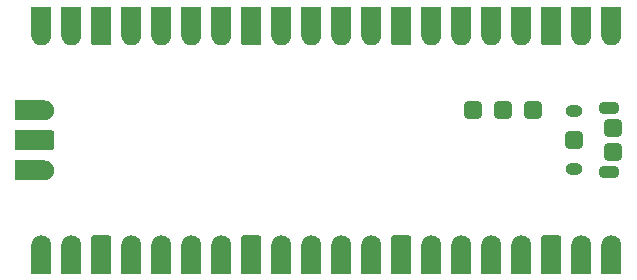
<source format=gbr>
%TF.GenerationSoftware,KiCad,Pcbnew,7.0.9*%
%TF.CreationDate,2024-07-01T11:41:40-07:00*%
%TF.ProjectId,detonator,6465746f-6e61-4746-9f72-2e6b69636164,rev?*%
%TF.SameCoordinates,Original*%
%TF.FileFunction,Paste,Top*%
%TF.FilePolarity,Positive*%
%FSLAX46Y46*%
G04 Gerber Fmt 4.6, Leading zero omitted, Abs format (unit mm)*
G04 Created by KiCad (PCBNEW 7.0.9) date 2024-07-01 11:41:40*
%MOMM*%
%LPD*%
G01*
G04 APERTURE LIST*
G04 Aperture macros list*
%AMRoundRect*
0 Rectangle with rounded corners*
0 $1 Rounding radius*
0 $2 $3 $4 $5 $6 $7 $8 $9 X,Y pos of 4 corners*
0 Add a 4 corners polygon primitive as box body*
4,1,4,$2,$3,$4,$5,$6,$7,$8,$9,$2,$3,0*
0 Add four circle primitives for the rounded corners*
1,1,$1+$1,$2,$3*
1,1,$1+$1,$4,$5*
1,1,$1+$1,$6,$7*
1,1,$1+$1,$8,$9*
0 Add four rect primitives between the rounded corners*
20,1,$1+$1,$2,$3,$4,$5,0*
20,1,$1+$1,$4,$5,$6,$7,0*
20,1,$1+$1,$6,$7,$8,$9,0*
20,1,$1+$1,$8,$9,$2,$3,0*%
G04 Aperture macros list end*
%ADD10C,0.010000*%
%ADD11RoundRect,0.300000X-0.450000X0.450000X-0.450000X-0.450000X0.450000X-0.450000X0.450000X0.450000X0*%
%ADD12O,1.450000X1.050000*%
%ADD13O,1.800000X1.100000*%
G04 APERTURE END LIST*
%TO.C,U2*%
D10*
X140321000Y-81116000D02*
X140331000Y-81117000D01*
X140342000Y-81119000D01*
X140352000Y-81122000D01*
X140362000Y-81125000D01*
X140372000Y-81128000D01*
X140381000Y-81132000D01*
X140391000Y-81137000D01*
X140400000Y-81142000D01*
X140409000Y-81147000D01*
X140418000Y-81153000D01*
X140426000Y-81160000D01*
X140434000Y-81166000D01*
X140441000Y-81174000D01*
X140449000Y-81181000D01*
X140455000Y-81189000D01*
X140462000Y-81197000D01*
X140468000Y-81206000D01*
X140473000Y-81215000D01*
X140478000Y-81224000D01*
X140483000Y-81234000D01*
X140487000Y-81243000D01*
X140490000Y-81253000D01*
X140493000Y-81263000D01*
X140496000Y-81273000D01*
X140498000Y-81284000D01*
X140499000Y-81294000D01*
X140500000Y-81305000D01*
X140500000Y-81315000D01*
X140500000Y-84315000D01*
X138900000Y-84315000D01*
X138900000Y-81315000D01*
X138900000Y-81305000D01*
X138901000Y-81294000D01*
X138902000Y-81284000D01*
X138904000Y-81273000D01*
X138907000Y-81263000D01*
X138910000Y-81253000D01*
X138913000Y-81243000D01*
X138917000Y-81234000D01*
X138922000Y-81224000D01*
X138927000Y-81215000D01*
X138932000Y-81206000D01*
X138938000Y-81197000D01*
X138945000Y-81189000D01*
X138951000Y-81181000D01*
X138959000Y-81174000D01*
X138966000Y-81166000D01*
X138974000Y-81160000D01*
X138982000Y-81153000D01*
X138991000Y-81147000D01*
X139000000Y-81142000D01*
X139009000Y-81137000D01*
X139019000Y-81132000D01*
X139028000Y-81128000D01*
X139038000Y-81125000D01*
X139048000Y-81122000D01*
X139058000Y-81119000D01*
X139069000Y-81117000D01*
X139079000Y-81116000D01*
X139090000Y-81115000D01*
X139100000Y-81115000D01*
X140300000Y-81115000D01*
X140310000Y-81115000D01*
X140321000Y-81116000D01*
G36*
X140321000Y-81116000D02*
G01*
X140331000Y-81117000D01*
X140342000Y-81119000D01*
X140352000Y-81122000D01*
X140362000Y-81125000D01*
X140372000Y-81128000D01*
X140381000Y-81132000D01*
X140391000Y-81137000D01*
X140400000Y-81142000D01*
X140409000Y-81147000D01*
X140418000Y-81153000D01*
X140426000Y-81160000D01*
X140434000Y-81166000D01*
X140441000Y-81174000D01*
X140449000Y-81181000D01*
X140455000Y-81189000D01*
X140462000Y-81197000D01*
X140468000Y-81206000D01*
X140473000Y-81215000D01*
X140478000Y-81224000D01*
X140483000Y-81234000D01*
X140487000Y-81243000D01*
X140490000Y-81253000D01*
X140493000Y-81263000D01*
X140496000Y-81273000D01*
X140498000Y-81284000D01*
X140499000Y-81294000D01*
X140500000Y-81305000D01*
X140500000Y-81315000D01*
X140500000Y-84315000D01*
X138900000Y-84315000D01*
X138900000Y-81315000D01*
X138900000Y-81305000D01*
X138901000Y-81294000D01*
X138902000Y-81284000D01*
X138904000Y-81273000D01*
X138907000Y-81263000D01*
X138910000Y-81253000D01*
X138913000Y-81243000D01*
X138917000Y-81234000D01*
X138922000Y-81224000D01*
X138927000Y-81215000D01*
X138932000Y-81206000D01*
X138938000Y-81197000D01*
X138945000Y-81189000D01*
X138951000Y-81181000D01*
X138959000Y-81174000D01*
X138966000Y-81166000D01*
X138974000Y-81160000D01*
X138982000Y-81153000D01*
X138991000Y-81147000D01*
X139000000Y-81142000D01*
X139009000Y-81137000D01*
X139019000Y-81132000D01*
X139028000Y-81128000D01*
X139038000Y-81125000D01*
X139048000Y-81122000D01*
X139058000Y-81119000D01*
X139069000Y-81117000D01*
X139079000Y-81116000D01*
X139090000Y-81115000D01*
X139100000Y-81115000D01*
X140300000Y-81115000D01*
X140310000Y-81115000D01*
X140321000Y-81116000D01*
G37*
X153021000Y-81116000D02*
X153031000Y-81117000D01*
X153042000Y-81119000D01*
X153052000Y-81122000D01*
X153062000Y-81125000D01*
X153072000Y-81128000D01*
X153081000Y-81132000D01*
X153091000Y-81137000D01*
X153100000Y-81142000D01*
X153109000Y-81147000D01*
X153118000Y-81153000D01*
X153126000Y-81160000D01*
X153134000Y-81166000D01*
X153141000Y-81174000D01*
X153149000Y-81181000D01*
X153155000Y-81189000D01*
X153162000Y-81197000D01*
X153168000Y-81206000D01*
X153173000Y-81215000D01*
X153178000Y-81224000D01*
X153183000Y-81234000D01*
X153187000Y-81243000D01*
X153190000Y-81253000D01*
X153193000Y-81263000D01*
X153196000Y-81273000D01*
X153198000Y-81284000D01*
X153199000Y-81294000D01*
X153200000Y-81305000D01*
X153200000Y-81315000D01*
X153200000Y-84315000D01*
X151600000Y-84315000D01*
X151600000Y-81315000D01*
X151600000Y-81305000D01*
X151601000Y-81294000D01*
X151602000Y-81284000D01*
X151604000Y-81273000D01*
X151607000Y-81263000D01*
X151610000Y-81253000D01*
X151613000Y-81243000D01*
X151617000Y-81234000D01*
X151622000Y-81224000D01*
X151627000Y-81215000D01*
X151632000Y-81206000D01*
X151638000Y-81197000D01*
X151645000Y-81189000D01*
X151651000Y-81181000D01*
X151659000Y-81174000D01*
X151666000Y-81166000D01*
X151674000Y-81160000D01*
X151682000Y-81153000D01*
X151691000Y-81147000D01*
X151700000Y-81142000D01*
X151709000Y-81137000D01*
X151719000Y-81132000D01*
X151728000Y-81128000D01*
X151738000Y-81125000D01*
X151748000Y-81122000D01*
X151758000Y-81119000D01*
X151769000Y-81117000D01*
X151779000Y-81116000D01*
X151790000Y-81115000D01*
X151800000Y-81115000D01*
X153000000Y-81115000D01*
X153010000Y-81115000D01*
X153021000Y-81116000D01*
G36*
X153021000Y-81116000D02*
G01*
X153031000Y-81117000D01*
X153042000Y-81119000D01*
X153052000Y-81122000D01*
X153062000Y-81125000D01*
X153072000Y-81128000D01*
X153081000Y-81132000D01*
X153091000Y-81137000D01*
X153100000Y-81142000D01*
X153109000Y-81147000D01*
X153118000Y-81153000D01*
X153126000Y-81160000D01*
X153134000Y-81166000D01*
X153141000Y-81174000D01*
X153149000Y-81181000D01*
X153155000Y-81189000D01*
X153162000Y-81197000D01*
X153168000Y-81206000D01*
X153173000Y-81215000D01*
X153178000Y-81224000D01*
X153183000Y-81234000D01*
X153187000Y-81243000D01*
X153190000Y-81253000D01*
X153193000Y-81263000D01*
X153196000Y-81273000D01*
X153198000Y-81284000D01*
X153199000Y-81294000D01*
X153200000Y-81305000D01*
X153200000Y-81315000D01*
X153200000Y-84315000D01*
X151600000Y-84315000D01*
X151600000Y-81315000D01*
X151600000Y-81305000D01*
X151601000Y-81294000D01*
X151602000Y-81284000D01*
X151604000Y-81273000D01*
X151607000Y-81263000D01*
X151610000Y-81253000D01*
X151613000Y-81243000D01*
X151617000Y-81234000D01*
X151622000Y-81224000D01*
X151627000Y-81215000D01*
X151632000Y-81206000D01*
X151638000Y-81197000D01*
X151645000Y-81189000D01*
X151651000Y-81181000D01*
X151659000Y-81174000D01*
X151666000Y-81166000D01*
X151674000Y-81160000D01*
X151682000Y-81153000D01*
X151691000Y-81147000D01*
X151700000Y-81142000D01*
X151709000Y-81137000D01*
X151719000Y-81132000D01*
X151728000Y-81128000D01*
X151738000Y-81125000D01*
X151748000Y-81122000D01*
X151758000Y-81119000D01*
X151769000Y-81117000D01*
X151779000Y-81116000D01*
X151790000Y-81115000D01*
X151800000Y-81115000D01*
X153000000Y-81115000D01*
X153010000Y-81115000D01*
X153021000Y-81116000D01*
G37*
X165721000Y-81116000D02*
X165731000Y-81117000D01*
X165742000Y-81119000D01*
X165752000Y-81122000D01*
X165762000Y-81125000D01*
X165772000Y-81128000D01*
X165781000Y-81132000D01*
X165791000Y-81137000D01*
X165800000Y-81142000D01*
X165809000Y-81147000D01*
X165818000Y-81153000D01*
X165826000Y-81160000D01*
X165834000Y-81166000D01*
X165841000Y-81174000D01*
X165849000Y-81181000D01*
X165855000Y-81189000D01*
X165862000Y-81197000D01*
X165868000Y-81206000D01*
X165873000Y-81215000D01*
X165878000Y-81224000D01*
X165883000Y-81234000D01*
X165887000Y-81243000D01*
X165890000Y-81253000D01*
X165893000Y-81263000D01*
X165896000Y-81273000D01*
X165898000Y-81284000D01*
X165899000Y-81294000D01*
X165900000Y-81305000D01*
X165900000Y-81315000D01*
X165900000Y-84315000D01*
X164300000Y-84315000D01*
X164300000Y-81315000D01*
X164300000Y-81305000D01*
X164301000Y-81294000D01*
X164302000Y-81284000D01*
X164304000Y-81273000D01*
X164307000Y-81263000D01*
X164310000Y-81253000D01*
X164313000Y-81243000D01*
X164317000Y-81234000D01*
X164322000Y-81224000D01*
X164327000Y-81215000D01*
X164332000Y-81206000D01*
X164338000Y-81197000D01*
X164345000Y-81189000D01*
X164351000Y-81181000D01*
X164359000Y-81174000D01*
X164366000Y-81166000D01*
X164374000Y-81160000D01*
X164382000Y-81153000D01*
X164391000Y-81147000D01*
X164400000Y-81142000D01*
X164409000Y-81137000D01*
X164419000Y-81132000D01*
X164428000Y-81128000D01*
X164438000Y-81125000D01*
X164448000Y-81122000D01*
X164458000Y-81119000D01*
X164469000Y-81117000D01*
X164479000Y-81116000D01*
X164490000Y-81115000D01*
X164500000Y-81115000D01*
X165700000Y-81115000D01*
X165710000Y-81115000D01*
X165721000Y-81116000D01*
G36*
X165721000Y-81116000D02*
G01*
X165731000Y-81117000D01*
X165742000Y-81119000D01*
X165752000Y-81122000D01*
X165762000Y-81125000D01*
X165772000Y-81128000D01*
X165781000Y-81132000D01*
X165791000Y-81137000D01*
X165800000Y-81142000D01*
X165809000Y-81147000D01*
X165818000Y-81153000D01*
X165826000Y-81160000D01*
X165834000Y-81166000D01*
X165841000Y-81174000D01*
X165849000Y-81181000D01*
X165855000Y-81189000D01*
X165862000Y-81197000D01*
X165868000Y-81206000D01*
X165873000Y-81215000D01*
X165878000Y-81224000D01*
X165883000Y-81234000D01*
X165887000Y-81243000D01*
X165890000Y-81253000D01*
X165893000Y-81263000D01*
X165896000Y-81273000D01*
X165898000Y-81284000D01*
X165899000Y-81294000D01*
X165900000Y-81305000D01*
X165900000Y-81315000D01*
X165900000Y-84315000D01*
X164300000Y-84315000D01*
X164300000Y-81315000D01*
X164300000Y-81305000D01*
X164301000Y-81294000D01*
X164302000Y-81284000D01*
X164304000Y-81273000D01*
X164307000Y-81263000D01*
X164310000Y-81253000D01*
X164313000Y-81243000D01*
X164317000Y-81234000D01*
X164322000Y-81224000D01*
X164327000Y-81215000D01*
X164332000Y-81206000D01*
X164338000Y-81197000D01*
X164345000Y-81189000D01*
X164351000Y-81181000D01*
X164359000Y-81174000D01*
X164366000Y-81166000D01*
X164374000Y-81160000D01*
X164382000Y-81153000D01*
X164391000Y-81147000D01*
X164400000Y-81142000D01*
X164409000Y-81137000D01*
X164419000Y-81132000D01*
X164428000Y-81128000D01*
X164438000Y-81125000D01*
X164448000Y-81122000D01*
X164458000Y-81119000D01*
X164469000Y-81117000D01*
X164479000Y-81116000D01*
X164490000Y-81115000D01*
X164500000Y-81115000D01*
X165700000Y-81115000D01*
X165710000Y-81115000D01*
X165721000Y-81116000D01*
G37*
X178421000Y-81116000D02*
X178431000Y-81117000D01*
X178442000Y-81119000D01*
X178452000Y-81122000D01*
X178462000Y-81125000D01*
X178472000Y-81128000D01*
X178481000Y-81132000D01*
X178491000Y-81137000D01*
X178500000Y-81142000D01*
X178509000Y-81147000D01*
X178518000Y-81153000D01*
X178526000Y-81160000D01*
X178534000Y-81166000D01*
X178541000Y-81174000D01*
X178549000Y-81181000D01*
X178555000Y-81189000D01*
X178562000Y-81197000D01*
X178568000Y-81206000D01*
X178573000Y-81215000D01*
X178578000Y-81224000D01*
X178583000Y-81234000D01*
X178587000Y-81243000D01*
X178590000Y-81253000D01*
X178593000Y-81263000D01*
X178596000Y-81273000D01*
X178598000Y-81284000D01*
X178599000Y-81294000D01*
X178600000Y-81305000D01*
X178600000Y-81315000D01*
X178600000Y-84315000D01*
X177000000Y-84315000D01*
X177000000Y-81315000D01*
X177000000Y-81305000D01*
X177001000Y-81294000D01*
X177002000Y-81284000D01*
X177004000Y-81273000D01*
X177007000Y-81263000D01*
X177010000Y-81253000D01*
X177013000Y-81243000D01*
X177017000Y-81234000D01*
X177022000Y-81224000D01*
X177027000Y-81215000D01*
X177032000Y-81206000D01*
X177038000Y-81197000D01*
X177045000Y-81189000D01*
X177051000Y-81181000D01*
X177059000Y-81174000D01*
X177066000Y-81166000D01*
X177074000Y-81160000D01*
X177082000Y-81153000D01*
X177091000Y-81147000D01*
X177100000Y-81142000D01*
X177109000Y-81137000D01*
X177119000Y-81132000D01*
X177128000Y-81128000D01*
X177138000Y-81125000D01*
X177148000Y-81122000D01*
X177158000Y-81119000D01*
X177169000Y-81117000D01*
X177179000Y-81116000D01*
X177190000Y-81115000D01*
X177200000Y-81115000D01*
X178400000Y-81115000D01*
X178410000Y-81115000D01*
X178421000Y-81116000D01*
G36*
X178421000Y-81116000D02*
G01*
X178431000Y-81117000D01*
X178442000Y-81119000D01*
X178452000Y-81122000D01*
X178462000Y-81125000D01*
X178472000Y-81128000D01*
X178481000Y-81132000D01*
X178491000Y-81137000D01*
X178500000Y-81142000D01*
X178509000Y-81147000D01*
X178518000Y-81153000D01*
X178526000Y-81160000D01*
X178534000Y-81166000D01*
X178541000Y-81174000D01*
X178549000Y-81181000D01*
X178555000Y-81189000D01*
X178562000Y-81197000D01*
X178568000Y-81206000D01*
X178573000Y-81215000D01*
X178578000Y-81224000D01*
X178583000Y-81234000D01*
X178587000Y-81243000D01*
X178590000Y-81253000D01*
X178593000Y-81263000D01*
X178596000Y-81273000D01*
X178598000Y-81284000D01*
X178599000Y-81294000D01*
X178600000Y-81305000D01*
X178600000Y-81315000D01*
X178600000Y-84315000D01*
X177000000Y-84315000D01*
X177000000Y-81315000D01*
X177000000Y-81305000D01*
X177001000Y-81294000D01*
X177002000Y-81284000D01*
X177004000Y-81273000D01*
X177007000Y-81263000D01*
X177010000Y-81253000D01*
X177013000Y-81243000D01*
X177017000Y-81234000D01*
X177022000Y-81224000D01*
X177027000Y-81215000D01*
X177032000Y-81206000D01*
X177038000Y-81197000D01*
X177045000Y-81189000D01*
X177051000Y-81181000D01*
X177059000Y-81174000D01*
X177066000Y-81166000D01*
X177074000Y-81160000D01*
X177082000Y-81153000D01*
X177091000Y-81147000D01*
X177100000Y-81142000D01*
X177109000Y-81137000D01*
X177119000Y-81132000D01*
X177128000Y-81128000D01*
X177138000Y-81125000D01*
X177148000Y-81122000D01*
X177158000Y-81119000D01*
X177169000Y-81117000D01*
X177179000Y-81116000D01*
X177190000Y-81115000D01*
X177200000Y-81115000D01*
X178400000Y-81115000D01*
X178410000Y-81115000D01*
X178421000Y-81116000D01*
G37*
X135471000Y-72226000D02*
X135481000Y-72227000D01*
X135492000Y-72229000D01*
X135502000Y-72232000D01*
X135512000Y-72235000D01*
X135522000Y-72238000D01*
X135531000Y-72242000D01*
X135541000Y-72247000D01*
X135550000Y-72252000D01*
X135559000Y-72257000D01*
X135568000Y-72263000D01*
X135576000Y-72270000D01*
X135584000Y-72276000D01*
X135591000Y-72284000D01*
X135599000Y-72291000D01*
X135605000Y-72299000D01*
X135612000Y-72307000D01*
X135618000Y-72316000D01*
X135623000Y-72325000D01*
X135628000Y-72334000D01*
X135633000Y-72344000D01*
X135637000Y-72353000D01*
X135640000Y-72363000D01*
X135643000Y-72373000D01*
X135646000Y-72383000D01*
X135648000Y-72394000D01*
X135649000Y-72404000D01*
X135650000Y-72415000D01*
X135650000Y-72425000D01*
X135650000Y-73625000D01*
X135650000Y-73635000D01*
X135649000Y-73646000D01*
X135648000Y-73656000D01*
X135646000Y-73667000D01*
X135643000Y-73677000D01*
X135640000Y-73687000D01*
X135637000Y-73697000D01*
X135633000Y-73706000D01*
X135628000Y-73716000D01*
X135623000Y-73725000D01*
X135618000Y-73734000D01*
X135612000Y-73743000D01*
X135605000Y-73751000D01*
X135599000Y-73759000D01*
X135591000Y-73766000D01*
X135584000Y-73774000D01*
X135576000Y-73780000D01*
X135568000Y-73787000D01*
X135559000Y-73793000D01*
X135550000Y-73798000D01*
X135541000Y-73803000D01*
X135531000Y-73808000D01*
X135522000Y-73812000D01*
X135512000Y-73815000D01*
X135502000Y-73818000D01*
X135492000Y-73821000D01*
X135481000Y-73823000D01*
X135471000Y-73824000D01*
X135460000Y-73825000D01*
X135450000Y-73825000D01*
X132450000Y-73825000D01*
X132450000Y-72225000D01*
X135450000Y-72225000D01*
X135460000Y-72225000D01*
X135471000Y-72226000D01*
G36*
X135471000Y-72226000D02*
G01*
X135481000Y-72227000D01*
X135492000Y-72229000D01*
X135502000Y-72232000D01*
X135512000Y-72235000D01*
X135522000Y-72238000D01*
X135531000Y-72242000D01*
X135541000Y-72247000D01*
X135550000Y-72252000D01*
X135559000Y-72257000D01*
X135568000Y-72263000D01*
X135576000Y-72270000D01*
X135584000Y-72276000D01*
X135591000Y-72284000D01*
X135599000Y-72291000D01*
X135605000Y-72299000D01*
X135612000Y-72307000D01*
X135618000Y-72316000D01*
X135623000Y-72325000D01*
X135628000Y-72334000D01*
X135633000Y-72344000D01*
X135637000Y-72353000D01*
X135640000Y-72363000D01*
X135643000Y-72373000D01*
X135646000Y-72383000D01*
X135648000Y-72394000D01*
X135649000Y-72404000D01*
X135650000Y-72415000D01*
X135650000Y-72425000D01*
X135650000Y-73625000D01*
X135650000Y-73635000D01*
X135649000Y-73646000D01*
X135648000Y-73656000D01*
X135646000Y-73667000D01*
X135643000Y-73677000D01*
X135640000Y-73687000D01*
X135637000Y-73697000D01*
X135633000Y-73706000D01*
X135628000Y-73716000D01*
X135623000Y-73725000D01*
X135618000Y-73734000D01*
X135612000Y-73743000D01*
X135605000Y-73751000D01*
X135599000Y-73759000D01*
X135591000Y-73766000D01*
X135584000Y-73774000D01*
X135576000Y-73780000D01*
X135568000Y-73787000D01*
X135559000Y-73793000D01*
X135550000Y-73798000D01*
X135541000Y-73803000D01*
X135531000Y-73808000D01*
X135522000Y-73812000D01*
X135512000Y-73815000D01*
X135502000Y-73818000D01*
X135492000Y-73821000D01*
X135481000Y-73823000D01*
X135471000Y-73824000D01*
X135460000Y-73825000D01*
X135450000Y-73825000D01*
X132450000Y-73825000D01*
X132450000Y-72225000D01*
X135450000Y-72225000D01*
X135460000Y-72225000D01*
X135471000Y-72226000D01*
G37*
X140500000Y-64735000D02*
X140500000Y-64745000D01*
X140499000Y-64756000D01*
X140498000Y-64766000D01*
X140496000Y-64777000D01*
X140493000Y-64787000D01*
X140490000Y-64797000D01*
X140487000Y-64807000D01*
X140483000Y-64816000D01*
X140478000Y-64826000D01*
X140473000Y-64835000D01*
X140468000Y-64844000D01*
X140462000Y-64853000D01*
X140455000Y-64861000D01*
X140449000Y-64869000D01*
X140441000Y-64876000D01*
X140434000Y-64884000D01*
X140426000Y-64890000D01*
X140418000Y-64897000D01*
X140409000Y-64903000D01*
X140400000Y-64908000D01*
X140391000Y-64913000D01*
X140381000Y-64918000D01*
X140372000Y-64922000D01*
X140362000Y-64925000D01*
X140352000Y-64928000D01*
X140342000Y-64931000D01*
X140331000Y-64933000D01*
X140321000Y-64934000D01*
X140310000Y-64935000D01*
X140300000Y-64935000D01*
X139100000Y-64935000D01*
X139090000Y-64935000D01*
X139079000Y-64934000D01*
X139069000Y-64933000D01*
X139058000Y-64931000D01*
X139048000Y-64928000D01*
X139038000Y-64925000D01*
X139028000Y-64922000D01*
X139019000Y-64918000D01*
X139009000Y-64913000D01*
X139000000Y-64908000D01*
X138991000Y-64903000D01*
X138982000Y-64897000D01*
X138974000Y-64890000D01*
X138966000Y-64884000D01*
X138959000Y-64876000D01*
X138951000Y-64869000D01*
X138945000Y-64861000D01*
X138938000Y-64853000D01*
X138932000Y-64844000D01*
X138927000Y-64835000D01*
X138922000Y-64826000D01*
X138917000Y-64816000D01*
X138913000Y-64807000D01*
X138910000Y-64797000D01*
X138907000Y-64787000D01*
X138904000Y-64777000D01*
X138902000Y-64766000D01*
X138901000Y-64756000D01*
X138900000Y-64745000D01*
X138900000Y-64735000D01*
X138900000Y-61735000D01*
X140500000Y-61735000D01*
X140500000Y-64735000D01*
G36*
X140500000Y-64735000D02*
G01*
X140500000Y-64745000D01*
X140499000Y-64756000D01*
X140498000Y-64766000D01*
X140496000Y-64777000D01*
X140493000Y-64787000D01*
X140490000Y-64797000D01*
X140487000Y-64807000D01*
X140483000Y-64816000D01*
X140478000Y-64826000D01*
X140473000Y-64835000D01*
X140468000Y-64844000D01*
X140462000Y-64853000D01*
X140455000Y-64861000D01*
X140449000Y-64869000D01*
X140441000Y-64876000D01*
X140434000Y-64884000D01*
X140426000Y-64890000D01*
X140418000Y-64897000D01*
X140409000Y-64903000D01*
X140400000Y-64908000D01*
X140391000Y-64913000D01*
X140381000Y-64918000D01*
X140372000Y-64922000D01*
X140362000Y-64925000D01*
X140352000Y-64928000D01*
X140342000Y-64931000D01*
X140331000Y-64933000D01*
X140321000Y-64934000D01*
X140310000Y-64935000D01*
X140300000Y-64935000D01*
X139100000Y-64935000D01*
X139090000Y-64935000D01*
X139079000Y-64934000D01*
X139069000Y-64933000D01*
X139058000Y-64931000D01*
X139048000Y-64928000D01*
X139038000Y-64925000D01*
X139028000Y-64922000D01*
X139019000Y-64918000D01*
X139009000Y-64913000D01*
X139000000Y-64908000D01*
X138991000Y-64903000D01*
X138982000Y-64897000D01*
X138974000Y-64890000D01*
X138966000Y-64884000D01*
X138959000Y-64876000D01*
X138951000Y-64869000D01*
X138945000Y-64861000D01*
X138938000Y-64853000D01*
X138932000Y-64844000D01*
X138927000Y-64835000D01*
X138922000Y-64826000D01*
X138917000Y-64816000D01*
X138913000Y-64807000D01*
X138910000Y-64797000D01*
X138907000Y-64787000D01*
X138904000Y-64777000D01*
X138902000Y-64766000D01*
X138901000Y-64756000D01*
X138900000Y-64745000D01*
X138900000Y-64735000D01*
X138900000Y-61735000D01*
X140500000Y-61735000D01*
X140500000Y-64735000D01*
G37*
X153200000Y-64735000D02*
X153200000Y-64745000D01*
X153199000Y-64756000D01*
X153198000Y-64766000D01*
X153196000Y-64777000D01*
X153193000Y-64787000D01*
X153190000Y-64797000D01*
X153187000Y-64807000D01*
X153183000Y-64816000D01*
X153178000Y-64826000D01*
X153173000Y-64835000D01*
X153168000Y-64844000D01*
X153162000Y-64853000D01*
X153155000Y-64861000D01*
X153149000Y-64869000D01*
X153141000Y-64876000D01*
X153134000Y-64884000D01*
X153126000Y-64890000D01*
X153118000Y-64897000D01*
X153109000Y-64903000D01*
X153100000Y-64908000D01*
X153091000Y-64913000D01*
X153081000Y-64918000D01*
X153072000Y-64922000D01*
X153062000Y-64925000D01*
X153052000Y-64928000D01*
X153042000Y-64931000D01*
X153031000Y-64933000D01*
X153021000Y-64934000D01*
X153010000Y-64935000D01*
X153000000Y-64935000D01*
X151800000Y-64935000D01*
X151790000Y-64935000D01*
X151779000Y-64934000D01*
X151769000Y-64933000D01*
X151758000Y-64931000D01*
X151748000Y-64928000D01*
X151738000Y-64925000D01*
X151728000Y-64922000D01*
X151719000Y-64918000D01*
X151709000Y-64913000D01*
X151700000Y-64908000D01*
X151691000Y-64903000D01*
X151682000Y-64897000D01*
X151674000Y-64890000D01*
X151666000Y-64884000D01*
X151659000Y-64876000D01*
X151651000Y-64869000D01*
X151645000Y-64861000D01*
X151638000Y-64853000D01*
X151632000Y-64844000D01*
X151627000Y-64835000D01*
X151622000Y-64826000D01*
X151617000Y-64816000D01*
X151613000Y-64807000D01*
X151610000Y-64797000D01*
X151607000Y-64787000D01*
X151604000Y-64777000D01*
X151602000Y-64766000D01*
X151601000Y-64756000D01*
X151600000Y-64745000D01*
X151600000Y-64735000D01*
X151600000Y-61735000D01*
X153200000Y-61735000D01*
X153200000Y-64735000D01*
G36*
X153200000Y-64735000D02*
G01*
X153200000Y-64745000D01*
X153199000Y-64756000D01*
X153198000Y-64766000D01*
X153196000Y-64777000D01*
X153193000Y-64787000D01*
X153190000Y-64797000D01*
X153187000Y-64807000D01*
X153183000Y-64816000D01*
X153178000Y-64826000D01*
X153173000Y-64835000D01*
X153168000Y-64844000D01*
X153162000Y-64853000D01*
X153155000Y-64861000D01*
X153149000Y-64869000D01*
X153141000Y-64876000D01*
X153134000Y-64884000D01*
X153126000Y-64890000D01*
X153118000Y-64897000D01*
X153109000Y-64903000D01*
X153100000Y-64908000D01*
X153091000Y-64913000D01*
X153081000Y-64918000D01*
X153072000Y-64922000D01*
X153062000Y-64925000D01*
X153052000Y-64928000D01*
X153042000Y-64931000D01*
X153031000Y-64933000D01*
X153021000Y-64934000D01*
X153010000Y-64935000D01*
X153000000Y-64935000D01*
X151800000Y-64935000D01*
X151790000Y-64935000D01*
X151779000Y-64934000D01*
X151769000Y-64933000D01*
X151758000Y-64931000D01*
X151748000Y-64928000D01*
X151738000Y-64925000D01*
X151728000Y-64922000D01*
X151719000Y-64918000D01*
X151709000Y-64913000D01*
X151700000Y-64908000D01*
X151691000Y-64903000D01*
X151682000Y-64897000D01*
X151674000Y-64890000D01*
X151666000Y-64884000D01*
X151659000Y-64876000D01*
X151651000Y-64869000D01*
X151645000Y-64861000D01*
X151638000Y-64853000D01*
X151632000Y-64844000D01*
X151627000Y-64835000D01*
X151622000Y-64826000D01*
X151617000Y-64816000D01*
X151613000Y-64807000D01*
X151610000Y-64797000D01*
X151607000Y-64787000D01*
X151604000Y-64777000D01*
X151602000Y-64766000D01*
X151601000Y-64756000D01*
X151600000Y-64745000D01*
X151600000Y-64735000D01*
X151600000Y-61735000D01*
X153200000Y-61735000D01*
X153200000Y-64735000D01*
G37*
X165900000Y-64735000D02*
X165900000Y-64745000D01*
X165899000Y-64756000D01*
X165898000Y-64766000D01*
X165896000Y-64777000D01*
X165893000Y-64787000D01*
X165890000Y-64797000D01*
X165887000Y-64807000D01*
X165883000Y-64816000D01*
X165878000Y-64826000D01*
X165873000Y-64835000D01*
X165868000Y-64844000D01*
X165862000Y-64853000D01*
X165855000Y-64861000D01*
X165849000Y-64869000D01*
X165841000Y-64876000D01*
X165834000Y-64884000D01*
X165826000Y-64890000D01*
X165818000Y-64897000D01*
X165809000Y-64903000D01*
X165800000Y-64908000D01*
X165791000Y-64913000D01*
X165781000Y-64918000D01*
X165772000Y-64922000D01*
X165762000Y-64925000D01*
X165752000Y-64928000D01*
X165742000Y-64931000D01*
X165731000Y-64933000D01*
X165721000Y-64934000D01*
X165710000Y-64935000D01*
X165700000Y-64935000D01*
X164500000Y-64935000D01*
X164490000Y-64935000D01*
X164479000Y-64934000D01*
X164469000Y-64933000D01*
X164458000Y-64931000D01*
X164448000Y-64928000D01*
X164438000Y-64925000D01*
X164428000Y-64922000D01*
X164419000Y-64918000D01*
X164409000Y-64913000D01*
X164400000Y-64908000D01*
X164391000Y-64903000D01*
X164382000Y-64897000D01*
X164374000Y-64890000D01*
X164366000Y-64884000D01*
X164359000Y-64876000D01*
X164351000Y-64869000D01*
X164345000Y-64861000D01*
X164338000Y-64853000D01*
X164332000Y-64844000D01*
X164327000Y-64835000D01*
X164322000Y-64826000D01*
X164317000Y-64816000D01*
X164313000Y-64807000D01*
X164310000Y-64797000D01*
X164307000Y-64787000D01*
X164304000Y-64777000D01*
X164302000Y-64766000D01*
X164301000Y-64756000D01*
X164300000Y-64745000D01*
X164300000Y-64735000D01*
X164300000Y-61735000D01*
X165900000Y-61735000D01*
X165900000Y-64735000D01*
G36*
X165900000Y-64735000D02*
G01*
X165900000Y-64745000D01*
X165899000Y-64756000D01*
X165898000Y-64766000D01*
X165896000Y-64777000D01*
X165893000Y-64787000D01*
X165890000Y-64797000D01*
X165887000Y-64807000D01*
X165883000Y-64816000D01*
X165878000Y-64826000D01*
X165873000Y-64835000D01*
X165868000Y-64844000D01*
X165862000Y-64853000D01*
X165855000Y-64861000D01*
X165849000Y-64869000D01*
X165841000Y-64876000D01*
X165834000Y-64884000D01*
X165826000Y-64890000D01*
X165818000Y-64897000D01*
X165809000Y-64903000D01*
X165800000Y-64908000D01*
X165791000Y-64913000D01*
X165781000Y-64918000D01*
X165772000Y-64922000D01*
X165762000Y-64925000D01*
X165752000Y-64928000D01*
X165742000Y-64931000D01*
X165731000Y-64933000D01*
X165721000Y-64934000D01*
X165710000Y-64935000D01*
X165700000Y-64935000D01*
X164500000Y-64935000D01*
X164490000Y-64935000D01*
X164479000Y-64934000D01*
X164469000Y-64933000D01*
X164458000Y-64931000D01*
X164448000Y-64928000D01*
X164438000Y-64925000D01*
X164428000Y-64922000D01*
X164419000Y-64918000D01*
X164409000Y-64913000D01*
X164400000Y-64908000D01*
X164391000Y-64903000D01*
X164382000Y-64897000D01*
X164374000Y-64890000D01*
X164366000Y-64884000D01*
X164359000Y-64876000D01*
X164351000Y-64869000D01*
X164345000Y-64861000D01*
X164338000Y-64853000D01*
X164332000Y-64844000D01*
X164327000Y-64835000D01*
X164322000Y-64826000D01*
X164317000Y-64816000D01*
X164313000Y-64807000D01*
X164310000Y-64797000D01*
X164307000Y-64787000D01*
X164304000Y-64777000D01*
X164302000Y-64766000D01*
X164301000Y-64756000D01*
X164300000Y-64745000D01*
X164300000Y-64735000D01*
X164300000Y-61735000D01*
X165900000Y-61735000D01*
X165900000Y-64735000D01*
G37*
X178600000Y-64735000D02*
X178600000Y-64745000D01*
X178599000Y-64756000D01*
X178598000Y-64766000D01*
X178596000Y-64777000D01*
X178593000Y-64787000D01*
X178590000Y-64797000D01*
X178587000Y-64807000D01*
X178583000Y-64816000D01*
X178578000Y-64826000D01*
X178573000Y-64835000D01*
X178568000Y-64844000D01*
X178562000Y-64853000D01*
X178555000Y-64861000D01*
X178549000Y-64869000D01*
X178541000Y-64876000D01*
X178534000Y-64884000D01*
X178526000Y-64890000D01*
X178518000Y-64897000D01*
X178509000Y-64903000D01*
X178500000Y-64908000D01*
X178491000Y-64913000D01*
X178481000Y-64918000D01*
X178472000Y-64922000D01*
X178462000Y-64925000D01*
X178452000Y-64928000D01*
X178442000Y-64931000D01*
X178431000Y-64933000D01*
X178421000Y-64934000D01*
X178410000Y-64935000D01*
X178400000Y-64935000D01*
X177200000Y-64935000D01*
X177190000Y-64935000D01*
X177179000Y-64934000D01*
X177169000Y-64933000D01*
X177158000Y-64931000D01*
X177148000Y-64928000D01*
X177138000Y-64925000D01*
X177128000Y-64922000D01*
X177119000Y-64918000D01*
X177109000Y-64913000D01*
X177100000Y-64908000D01*
X177091000Y-64903000D01*
X177082000Y-64897000D01*
X177074000Y-64890000D01*
X177066000Y-64884000D01*
X177059000Y-64876000D01*
X177051000Y-64869000D01*
X177045000Y-64861000D01*
X177038000Y-64853000D01*
X177032000Y-64844000D01*
X177027000Y-64835000D01*
X177022000Y-64826000D01*
X177017000Y-64816000D01*
X177013000Y-64807000D01*
X177010000Y-64797000D01*
X177007000Y-64787000D01*
X177004000Y-64777000D01*
X177002000Y-64766000D01*
X177001000Y-64756000D01*
X177000000Y-64745000D01*
X177000000Y-64735000D01*
X177000000Y-61735000D01*
X178600000Y-61735000D01*
X178600000Y-64735000D01*
G36*
X178600000Y-64735000D02*
G01*
X178600000Y-64745000D01*
X178599000Y-64756000D01*
X178598000Y-64766000D01*
X178596000Y-64777000D01*
X178593000Y-64787000D01*
X178590000Y-64797000D01*
X178587000Y-64807000D01*
X178583000Y-64816000D01*
X178578000Y-64826000D01*
X178573000Y-64835000D01*
X178568000Y-64844000D01*
X178562000Y-64853000D01*
X178555000Y-64861000D01*
X178549000Y-64869000D01*
X178541000Y-64876000D01*
X178534000Y-64884000D01*
X178526000Y-64890000D01*
X178518000Y-64897000D01*
X178509000Y-64903000D01*
X178500000Y-64908000D01*
X178491000Y-64913000D01*
X178481000Y-64918000D01*
X178472000Y-64922000D01*
X178462000Y-64925000D01*
X178452000Y-64928000D01*
X178442000Y-64931000D01*
X178431000Y-64933000D01*
X178421000Y-64934000D01*
X178410000Y-64935000D01*
X178400000Y-64935000D01*
X177200000Y-64935000D01*
X177190000Y-64935000D01*
X177179000Y-64934000D01*
X177169000Y-64933000D01*
X177158000Y-64931000D01*
X177148000Y-64928000D01*
X177138000Y-64925000D01*
X177128000Y-64922000D01*
X177119000Y-64918000D01*
X177109000Y-64913000D01*
X177100000Y-64908000D01*
X177091000Y-64903000D01*
X177082000Y-64897000D01*
X177074000Y-64890000D01*
X177066000Y-64884000D01*
X177059000Y-64876000D01*
X177051000Y-64869000D01*
X177045000Y-64861000D01*
X177038000Y-64853000D01*
X177032000Y-64844000D01*
X177027000Y-64835000D01*
X177022000Y-64826000D01*
X177017000Y-64816000D01*
X177013000Y-64807000D01*
X177010000Y-64797000D01*
X177007000Y-64787000D01*
X177004000Y-64777000D01*
X177002000Y-64766000D01*
X177001000Y-64756000D01*
X177000000Y-64745000D01*
X177000000Y-64735000D01*
X177000000Y-61735000D01*
X178600000Y-61735000D01*
X178600000Y-64735000D01*
G37*
X134662000Y-81116000D02*
X134704000Y-81119000D01*
X134745000Y-81125000D01*
X134786000Y-81132000D01*
X134827000Y-81142000D01*
X134867000Y-81154000D01*
X134907000Y-81168000D01*
X134945000Y-81184000D01*
X134983000Y-81202000D01*
X135020000Y-81222000D01*
X135056000Y-81244000D01*
X135090000Y-81268000D01*
X135123000Y-81293000D01*
X135155000Y-81320000D01*
X135186000Y-81349000D01*
X135215000Y-81380000D01*
X135242000Y-81412000D01*
X135267000Y-81445000D01*
X135291000Y-81479000D01*
X135313000Y-81515000D01*
X135333000Y-81552000D01*
X135351000Y-81590000D01*
X135367000Y-81628000D01*
X135381000Y-81668000D01*
X135393000Y-81708000D01*
X135403000Y-81749000D01*
X135410000Y-81790000D01*
X135416000Y-81831000D01*
X135419000Y-81873000D01*
X135420000Y-81915000D01*
X135420000Y-84315000D01*
X133820000Y-84315000D01*
X133820000Y-81915000D01*
X133821000Y-81873000D01*
X133824000Y-81831000D01*
X133830000Y-81790000D01*
X133837000Y-81749000D01*
X133847000Y-81708000D01*
X133859000Y-81668000D01*
X133873000Y-81628000D01*
X133889000Y-81590000D01*
X133907000Y-81552000D01*
X133927000Y-81515000D01*
X133949000Y-81479000D01*
X133973000Y-81445000D01*
X133998000Y-81412000D01*
X134025000Y-81380000D01*
X134054000Y-81349000D01*
X134085000Y-81320000D01*
X134117000Y-81293000D01*
X134150000Y-81268000D01*
X134184000Y-81244000D01*
X134220000Y-81222000D01*
X134257000Y-81202000D01*
X134295000Y-81184000D01*
X134333000Y-81168000D01*
X134373000Y-81154000D01*
X134413000Y-81142000D01*
X134454000Y-81132000D01*
X134495000Y-81125000D01*
X134536000Y-81119000D01*
X134578000Y-81116000D01*
X134620000Y-81115000D01*
X134662000Y-81116000D01*
G36*
X134662000Y-81116000D02*
G01*
X134704000Y-81119000D01*
X134745000Y-81125000D01*
X134786000Y-81132000D01*
X134827000Y-81142000D01*
X134867000Y-81154000D01*
X134907000Y-81168000D01*
X134945000Y-81184000D01*
X134983000Y-81202000D01*
X135020000Y-81222000D01*
X135056000Y-81244000D01*
X135090000Y-81268000D01*
X135123000Y-81293000D01*
X135155000Y-81320000D01*
X135186000Y-81349000D01*
X135215000Y-81380000D01*
X135242000Y-81412000D01*
X135267000Y-81445000D01*
X135291000Y-81479000D01*
X135313000Y-81515000D01*
X135333000Y-81552000D01*
X135351000Y-81590000D01*
X135367000Y-81628000D01*
X135381000Y-81668000D01*
X135393000Y-81708000D01*
X135403000Y-81749000D01*
X135410000Y-81790000D01*
X135416000Y-81831000D01*
X135419000Y-81873000D01*
X135420000Y-81915000D01*
X135420000Y-84315000D01*
X133820000Y-84315000D01*
X133820000Y-81915000D01*
X133821000Y-81873000D01*
X133824000Y-81831000D01*
X133830000Y-81790000D01*
X133837000Y-81749000D01*
X133847000Y-81708000D01*
X133859000Y-81668000D01*
X133873000Y-81628000D01*
X133889000Y-81590000D01*
X133907000Y-81552000D01*
X133927000Y-81515000D01*
X133949000Y-81479000D01*
X133973000Y-81445000D01*
X133998000Y-81412000D01*
X134025000Y-81380000D01*
X134054000Y-81349000D01*
X134085000Y-81320000D01*
X134117000Y-81293000D01*
X134150000Y-81268000D01*
X134184000Y-81244000D01*
X134220000Y-81222000D01*
X134257000Y-81202000D01*
X134295000Y-81184000D01*
X134333000Y-81168000D01*
X134373000Y-81154000D01*
X134413000Y-81142000D01*
X134454000Y-81132000D01*
X134495000Y-81125000D01*
X134536000Y-81119000D01*
X134578000Y-81116000D01*
X134620000Y-81115000D01*
X134662000Y-81116000D01*
G37*
X137202000Y-81116000D02*
X137244000Y-81119000D01*
X137285000Y-81125000D01*
X137326000Y-81132000D01*
X137367000Y-81142000D01*
X137407000Y-81154000D01*
X137447000Y-81168000D01*
X137485000Y-81184000D01*
X137523000Y-81202000D01*
X137560000Y-81222000D01*
X137596000Y-81244000D01*
X137630000Y-81268000D01*
X137663000Y-81293000D01*
X137695000Y-81320000D01*
X137726000Y-81349000D01*
X137755000Y-81380000D01*
X137782000Y-81412000D01*
X137807000Y-81445000D01*
X137831000Y-81479000D01*
X137853000Y-81515000D01*
X137873000Y-81552000D01*
X137891000Y-81590000D01*
X137907000Y-81628000D01*
X137921000Y-81668000D01*
X137933000Y-81708000D01*
X137943000Y-81749000D01*
X137950000Y-81790000D01*
X137956000Y-81831000D01*
X137959000Y-81873000D01*
X137960000Y-81915000D01*
X137960000Y-84315000D01*
X136360000Y-84315000D01*
X136360000Y-81915000D01*
X136361000Y-81873000D01*
X136364000Y-81831000D01*
X136370000Y-81790000D01*
X136377000Y-81749000D01*
X136387000Y-81708000D01*
X136399000Y-81668000D01*
X136413000Y-81628000D01*
X136429000Y-81590000D01*
X136447000Y-81552000D01*
X136467000Y-81515000D01*
X136489000Y-81479000D01*
X136513000Y-81445000D01*
X136538000Y-81412000D01*
X136565000Y-81380000D01*
X136594000Y-81349000D01*
X136625000Y-81320000D01*
X136657000Y-81293000D01*
X136690000Y-81268000D01*
X136724000Y-81244000D01*
X136760000Y-81222000D01*
X136797000Y-81202000D01*
X136835000Y-81184000D01*
X136873000Y-81168000D01*
X136913000Y-81154000D01*
X136953000Y-81142000D01*
X136994000Y-81132000D01*
X137035000Y-81125000D01*
X137076000Y-81119000D01*
X137118000Y-81116000D01*
X137160000Y-81115000D01*
X137202000Y-81116000D01*
G36*
X137202000Y-81116000D02*
G01*
X137244000Y-81119000D01*
X137285000Y-81125000D01*
X137326000Y-81132000D01*
X137367000Y-81142000D01*
X137407000Y-81154000D01*
X137447000Y-81168000D01*
X137485000Y-81184000D01*
X137523000Y-81202000D01*
X137560000Y-81222000D01*
X137596000Y-81244000D01*
X137630000Y-81268000D01*
X137663000Y-81293000D01*
X137695000Y-81320000D01*
X137726000Y-81349000D01*
X137755000Y-81380000D01*
X137782000Y-81412000D01*
X137807000Y-81445000D01*
X137831000Y-81479000D01*
X137853000Y-81515000D01*
X137873000Y-81552000D01*
X137891000Y-81590000D01*
X137907000Y-81628000D01*
X137921000Y-81668000D01*
X137933000Y-81708000D01*
X137943000Y-81749000D01*
X137950000Y-81790000D01*
X137956000Y-81831000D01*
X137959000Y-81873000D01*
X137960000Y-81915000D01*
X137960000Y-84315000D01*
X136360000Y-84315000D01*
X136360000Y-81915000D01*
X136361000Y-81873000D01*
X136364000Y-81831000D01*
X136370000Y-81790000D01*
X136377000Y-81749000D01*
X136387000Y-81708000D01*
X136399000Y-81668000D01*
X136413000Y-81628000D01*
X136429000Y-81590000D01*
X136447000Y-81552000D01*
X136467000Y-81515000D01*
X136489000Y-81479000D01*
X136513000Y-81445000D01*
X136538000Y-81412000D01*
X136565000Y-81380000D01*
X136594000Y-81349000D01*
X136625000Y-81320000D01*
X136657000Y-81293000D01*
X136690000Y-81268000D01*
X136724000Y-81244000D01*
X136760000Y-81222000D01*
X136797000Y-81202000D01*
X136835000Y-81184000D01*
X136873000Y-81168000D01*
X136913000Y-81154000D01*
X136953000Y-81142000D01*
X136994000Y-81132000D01*
X137035000Y-81125000D01*
X137076000Y-81119000D01*
X137118000Y-81116000D01*
X137160000Y-81115000D01*
X137202000Y-81116000D01*
G37*
X142282000Y-81116000D02*
X142324000Y-81119000D01*
X142365000Y-81125000D01*
X142406000Y-81132000D01*
X142447000Y-81142000D01*
X142487000Y-81154000D01*
X142527000Y-81168000D01*
X142565000Y-81184000D01*
X142603000Y-81202000D01*
X142640000Y-81222000D01*
X142676000Y-81244000D01*
X142710000Y-81268000D01*
X142743000Y-81293000D01*
X142775000Y-81320000D01*
X142806000Y-81349000D01*
X142835000Y-81380000D01*
X142862000Y-81412000D01*
X142887000Y-81445000D01*
X142911000Y-81479000D01*
X142933000Y-81515000D01*
X142953000Y-81552000D01*
X142971000Y-81590000D01*
X142987000Y-81628000D01*
X143001000Y-81668000D01*
X143013000Y-81708000D01*
X143023000Y-81749000D01*
X143030000Y-81790000D01*
X143036000Y-81831000D01*
X143039000Y-81873000D01*
X143040000Y-81915000D01*
X143040000Y-84315000D01*
X141440000Y-84315000D01*
X141440000Y-81915000D01*
X141441000Y-81873000D01*
X141444000Y-81831000D01*
X141450000Y-81790000D01*
X141457000Y-81749000D01*
X141467000Y-81708000D01*
X141479000Y-81668000D01*
X141493000Y-81628000D01*
X141509000Y-81590000D01*
X141527000Y-81552000D01*
X141547000Y-81515000D01*
X141569000Y-81479000D01*
X141593000Y-81445000D01*
X141618000Y-81412000D01*
X141645000Y-81380000D01*
X141674000Y-81349000D01*
X141705000Y-81320000D01*
X141737000Y-81293000D01*
X141770000Y-81268000D01*
X141804000Y-81244000D01*
X141840000Y-81222000D01*
X141877000Y-81202000D01*
X141915000Y-81184000D01*
X141953000Y-81168000D01*
X141993000Y-81154000D01*
X142033000Y-81142000D01*
X142074000Y-81132000D01*
X142115000Y-81125000D01*
X142156000Y-81119000D01*
X142198000Y-81116000D01*
X142240000Y-81115000D01*
X142282000Y-81116000D01*
G36*
X142282000Y-81116000D02*
G01*
X142324000Y-81119000D01*
X142365000Y-81125000D01*
X142406000Y-81132000D01*
X142447000Y-81142000D01*
X142487000Y-81154000D01*
X142527000Y-81168000D01*
X142565000Y-81184000D01*
X142603000Y-81202000D01*
X142640000Y-81222000D01*
X142676000Y-81244000D01*
X142710000Y-81268000D01*
X142743000Y-81293000D01*
X142775000Y-81320000D01*
X142806000Y-81349000D01*
X142835000Y-81380000D01*
X142862000Y-81412000D01*
X142887000Y-81445000D01*
X142911000Y-81479000D01*
X142933000Y-81515000D01*
X142953000Y-81552000D01*
X142971000Y-81590000D01*
X142987000Y-81628000D01*
X143001000Y-81668000D01*
X143013000Y-81708000D01*
X143023000Y-81749000D01*
X143030000Y-81790000D01*
X143036000Y-81831000D01*
X143039000Y-81873000D01*
X143040000Y-81915000D01*
X143040000Y-84315000D01*
X141440000Y-84315000D01*
X141440000Y-81915000D01*
X141441000Y-81873000D01*
X141444000Y-81831000D01*
X141450000Y-81790000D01*
X141457000Y-81749000D01*
X141467000Y-81708000D01*
X141479000Y-81668000D01*
X141493000Y-81628000D01*
X141509000Y-81590000D01*
X141527000Y-81552000D01*
X141547000Y-81515000D01*
X141569000Y-81479000D01*
X141593000Y-81445000D01*
X141618000Y-81412000D01*
X141645000Y-81380000D01*
X141674000Y-81349000D01*
X141705000Y-81320000D01*
X141737000Y-81293000D01*
X141770000Y-81268000D01*
X141804000Y-81244000D01*
X141840000Y-81222000D01*
X141877000Y-81202000D01*
X141915000Y-81184000D01*
X141953000Y-81168000D01*
X141993000Y-81154000D01*
X142033000Y-81142000D01*
X142074000Y-81132000D01*
X142115000Y-81125000D01*
X142156000Y-81119000D01*
X142198000Y-81116000D01*
X142240000Y-81115000D01*
X142282000Y-81116000D01*
G37*
X144822000Y-81116000D02*
X144864000Y-81119000D01*
X144905000Y-81125000D01*
X144946000Y-81132000D01*
X144987000Y-81142000D01*
X145027000Y-81154000D01*
X145067000Y-81168000D01*
X145105000Y-81184000D01*
X145143000Y-81202000D01*
X145180000Y-81222000D01*
X145216000Y-81244000D01*
X145250000Y-81268000D01*
X145283000Y-81293000D01*
X145315000Y-81320000D01*
X145346000Y-81349000D01*
X145375000Y-81380000D01*
X145402000Y-81412000D01*
X145427000Y-81445000D01*
X145451000Y-81479000D01*
X145473000Y-81515000D01*
X145493000Y-81552000D01*
X145511000Y-81590000D01*
X145527000Y-81628000D01*
X145541000Y-81668000D01*
X145553000Y-81708000D01*
X145563000Y-81749000D01*
X145570000Y-81790000D01*
X145576000Y-81831000D01*
X145579000Y-81873000D01*
X145580000Y-81915000D01*
X145580000Y-84315000D01*
X143980000Y-84315000D01*
X143980000Y-81915000D01*
X143981000Y-81873000D01*
X143984000Y-81831000D01*
X143990000Y-81790000D01*
X143997000Y-81749000D01*
X144007000Y-81708000D01*
X144019000Y-81668000D01*
X144033000Y-81628000D01*
X144049000Y-81590000D01*
X144067000Y-81552000D01*
X144087000Y-81515000D01*
X144109000Y-81479000D01*
X144133000Y-81445000D01*
X144158000Y-81412000D01*
X144185000Y-81380000D01*
X144214000Y-81349000D01*
X144245000Y-81320000D01*
X144277000Y-81293000D01*
X144310000Y-81268000D01*
X144344000Y-81244000D01*
X144380000Y-81222000D01*
X144417000Y-81202000D01*
X144455000Y-81184000D01*
X144493000Y-81168000D01*
X144533000Y-81154000D01*
X144573000Y-81142000D01*
X144614000Y-81132000D01*
X144655000Y-81125000D01*
X144696000Y-81119000D01*
X144738000Y-81116000D01*
X144780000Y-81115000D01*
X144822000Y-81116000D01*
G36*
X144822000Y-81116000D02*
G01*
X144864000Y-81119000D01*
X144905000Y-81125000D01*
X144946000Y-81132000D01*
X144987000Y-81142000D01*
X145027000Y-81154000D01*
X145067000Y-81168000D01*
X145105000Y-81184000D01*
X145143000Y-81202000D01*
X145180000Y-81222000D01*
X145216000Y-81244000D01*
X145250000Y-81268000D01*
X145283000Y-81293000D01*
X145315000Y-81320000D01*
X145346000Y-81349000D01*
X145375000Y-81380000D01*
X145402000Y-81412000D01*
X145427000Y-81445000D01*
X145451000Y-81479000D01*
X145473000Y-81515000D01*
X145493000Y-81552000D01*
X145511000Y-81590000D01*
X145527000Y-81628000D01*
X145541000Y-81668000D01*
X145553000Y-81708000D01*
X145563000Y-81749000D01*
X145570000Y-81790000D01*
X145576000Y-81831000D01*
X145579000Y-81873000D01*
X145580000Y-81915000D01*
X145580000Y-84315000D01*
X143980000Y-84315000D01*
X143980000Y-81915000D01*
X143981000Y-81873000D01*
X143984000Y-81831000D01*
X143990000Y-81790000D01*
X143997000Y-81749000D01*
X144007000Y-81708000D01*
X144019000Y-81668000D01*
X144033000Y-81628000D01*
X144049000Y-81590000D01*
X144067000Y-81552000D01*
X144087000Y-81515000D01*
X144109000Y-81479000D01*
X144133000Y-81445000D01*
X144158000Y-81412000D01*
X144185000Y-81380000D01*
X144214000Y-81349000D01*
X144245000Y-81320000D01*
X144277000Y-81293000D01*
X144310000Y-81268000D01*
X144344000Y-81244000D01*
X144380000Y-81222000D01*
X144417000Y-81202000D01*
X144455000Y-81184000D01*
X144493000Y-81168000D01*
X144533000Y-81154000D01*
X144573000Y-81142000D01*
X144614000Y-81132000D01*
X144655000Y-81125000D01*
X144696000Y-81119000D01*
X144738000Y-81116000D01*
X144780000Y-81115000D01*
X144822000Y-81116000D01*
G37*
X147362000Y-81116000D02*
X147404000Y-81119000D01*
X147445000Y-81125000D01*
X147486000Y-81132000D01*
X147527000Y-81142000D01*
X147567000Y-81154000D01*
X147607000Y-81168000D01*
X147645000Y-81184000D01*
X147683000Y-81202000D01*
X147720000Y-81222000D01*
X147756000Y-81244000D01*
X147790000Y-81268000D01*
X147823000Y-81293000D01*
X147855000Y-81320000D01*
X147886000Y-81349000D01*
X147915000Y-81380000D01*
X147942000Y-81412000D01*
X147967000Y-81445000D01*
X147991000Y-81479000D01*
X148013000Y-81515000D01*
X148033000Y-81552000D01*
X148051000Y-81590000D01*
X148067000Y-81628000D01*
X148081000Y-81668000D01*
X148093000Y-81708000D01*
X148103000Y-81749000D01*
X148110000Y-81790000D01*
X148116000Y-81831000D01*
X148119000Y-81873000D01*
X148120000Y-81915000D01*
X148120000Y-84315000D01*
X146520000Y-84315000D01*
X146520000Y-81915000D01*
X146521000Y-81873000D01*
X146524000Y-81831000D01*
X146530000Y-81790000D01*
X146537000Y-81749000D01*
X146547000Y-81708000D01*
X146559000Y-81668000D01*
X146573000Y-81628000D01*
X146589000Y-81590000D01*
X146607000Y-81552000D01*
X146627000Y-81515000D01*
X146649000Y-81479000D01*
X146673000Y-81445000D01*
X146698000Y-81412000D01*
X146725000Y-81380000D01*
X146754000Y-81349000D01*
X146785000Y-81320000D01*
X146817000Y-81293000D01*
X146850000Y-81268000D01*
X146884000Y-81244000D01*
X146920000Y-81222000D01*
X146957000Y-81202000D01*
X146995000Y-81184000D01*
X147033000Y-81168000D01*
X147073000Y-81154000D01*
X147113000Y-81142000D01*
X147154000Y-81132000D01*
X147195000Y-81125000D01*
X147236000Y-81119000D01*
X147278000Y-81116000D01*
X147320000Y-81115000D01*
X147362000Y-81116000D01*
G36*
X147362000Y-81116000D02*
G01*
X147404000Y-81119000D01*
X147445000Y-81125000D01*
X147486000Y-81132000D01*
X147527000Y-81142000D01*
X147567000Y-81154000D01*
X147607000Y-81168000D01*
X147645000Y-81184000D01*
X147683000Y-81202000D01*
X147720000Y-81222000D01*
X147756000Y-81244000D01*
X147790000Y-81268000D01*
X147823000Y-81293000D01*
X147855000Y-81320000D01*
X147886000Y-81349000D01*
X147915000Y-81380000D01*
X147942000Y-81412000D01*
X147967000Y-81445000D01*
X147991000Y-81479000D01*
X148013000Y-81515000D01*
X148033000Y-81552000D01*
X148051000Y-81590000D01*
X148067000Y-81628000D01*
X148081000Y-81668000D01*
X148093000Y-81708000D01*
X148103000Y-81749000D01*
X148110000Y-81790000D01*
X148116000Y-81831000D01*
X148119000Y-81873000D01*
X148120000Y-81915000D01*
X148120000Y-84315000D01*
X146520000Y-84315000D01*
X146520000Y-81915000D01*
X146521000Y-81873000D01*
X146524000Y-81831000D01*
X146530000Y-81790000D01*
X146537000Y-81749000D01*
X146547000Y-81708000D01*
X146559000Y-81668000D01*
X146573000Y-81628000D01*
X146589000Y-81590000D01*
X146607000Y-81552000D01*
X146627000Y-81515000D01*
X146649000Y-81479000D01*
X146673000Y-81445000D01*
X146698000Y-81412000D01*
X146725000Y-81380000D01*
X146754000Y-81349000D01*
X146785000Y-81320000D01*
X146817000Y-81293000D01*
X146850000Y-81268000D01*
X146884000Y-81244000D01*
X146920000Y-81222000D01*
X146957000Y-81202000D01*
X146995000Y-81184000D01*
X147033000Y-81168000D01*
X147073000Y-81154000D01*
X147113000Y-81142000D01*
X147154000Y-81132000D01*
X147195000Y-81125000D01*
X147236000Y-81119000D01*
X147278000Y-81116000D01*
X147320000Y-81115000D01*
X147362000Y-81116000D01*
G37*
X149902000Y-81116000D02*
X149944000Y-81119000D01*
X149985000Y-81125000D01*
X150026000Y-81132000D01*
X150067000Y-81142000D01*
X150107000Y-81154000D01*
X150147000Y-81168000D01*
X150185000Y-81184000D01*
X150223000Y-81202000D01*
X150260000Y-81222000D01*
X150296000Y-81244000D01*
X150330000Y-81268000D01*
X150363000Y-81293000D01*
X150395000Y-81320000D01*
X150426000Y-81349000D01*
X150455000Y-81380000D01*
X150482000Y-81412000D01*
X150507000Y-81445000D01*
X150531000Y-81479000D01*
X150553000Y-81515000D01*
X150573000Y-81552000D01*
X150591000Y-81590000D01*
X150607000Y-81628000D01*
X150621000Y-81668000D01*
X150633000Y-81708000D01*
X150643000Y-81749000D01*
X150650000Y-81790000D01*
X150656000Y-81831000D01*
X150659000Y-81873000D01*
X150660000Y-81915000D01*
X150660000Y-84315000D01*
X149060000Y-84315000D01*
X149060000Y-81915000D01*
X149061000Y-81873000D01*
X149064000Y-81831000D01*
X149070000Y-81790000D01*
X149077000Y-81749000D01*
X149087000Y-81708000D01*
X149099000Y-81668000D01*
X149113000Y-81628000D01*
X149129000Y-81590000D01*
X149147000Y-81552000D01*
X149167000Y-81515000D01*
X149189000Y-81479000D01*
X149213000Y-81445000D01*
X149238000Y-81412000D01*
X149265000Y-81380000D01*
X149294000Y-81349000D01*
X149325000Y-81320000D01*
X149357000Y-81293000D01*
X149390000Y-81268000D01*
X149424000Y-81244000D01*
X149460000Y-81222000D01*
X149497000Y-81202000D01*
X149535000Y-81184000D01*
X149573000Y-81168000D01*
X149613000Y-81154000D01*
X149653000Y-81142000D01*
X149694000Y-81132000D01*
X149735000Y-81125000D01*
X149776000Y-81119000D01*
X149818000Y-81116000D01*
X149860000Y-81115000D01*
X149902000Y-81116000D01*
G36*
X149902000Y-81116000D02*
G01*
X149944000Y-81119000D01*
X149985000Y-81125000D01*
X150026000Y-81132000D01*
X150067000Y-81142000D01*
X150107000Y-81154000D01*
X150147000Y-81168000D01*
X150185000Y-81184000D01*
X150223000Y-81202000D01*
X150260000Y-81222000D01*
X150296000Y-81244000D01*
X150330000Y-81268000D01*
X150363000Y-81293000D01*
X150395000Y-81320000D01*
X150426000Y-81349000D01*
X150455000Y-81380000D01*
X150482000Y-81412000D01*
X150507000Y-81445000D01*
X150531000Y-81479000D01*
X150553000Y-81515000D01*
X150573000Y-81552000D01*
X150591000Y-81590000D01*
X150607000Y-81628000D01*
X150621000Y-81668000D01*
X150633000Y-81708000D01*
X150643000Y-81749000D01*
X150650000Y-81790000D01*
X150656000Y-81831000D01*
X150659000Y-81873000D01*
X150660000Y-81915000D01*
X150660000Y-84315000D01*
X149060000Y-84315000D01*
X149060000Y-81915000D01*
X149061000Y-81873000D01*
X149064000Y-81831000D01*
X149070000Y-81790000D01*
X149077000Y-81749000D01*
X149087000Y-81708000D01*
X149099000Y-81668000D01*
X149113000Y-81628000D01*
X149129000Y-81590000D01*
X149147000Y-81552000D01*
X149167000Y-81515000D01*
X149189000Y-81479000D01*
X149213000Y-81445000D01*
X149238000Y-81412000D01*
X149265000Y-81380000D01*
X149294000Y-81349000D01*
X149325000Y-81320000D01*
X149357000Y-81293000D01*
X149390000Y-81268000D01*
X149424000Y-81244000D01*
X149460000Y-81222000D01*
X149497000Y-81202000D01*
X149535000Y-81184000D01*
X149573000Y-81168000D01*
X149613000Y-81154000D01*
X149653000Y-81142000D01*
X149694000Y-81132000D01*
X149735000Y-81125000D01*
X149776000Y-81119000D01*
X149818000Y-81116000D01*
X149860000Y-81115000D01*
X149902000Y-81116000D01*
G37*
X154982000Y-81116000D02*
X155024000Y-81119000D01*
X155065000Y-81125000D01*
X155106000Y-81132000D01*
X155147000Y-81142000D01*
X155187000Y-81154000D01*
X155227000Y-81168000D01*
X155265000Y-81184000D01*
X155303000Y-81202000D01*
X155340000Y-81222000D01*
X155376000Y-81244000D01*
X155410000Y-81268000D01*
X155443000Y-81293000D01*
X155475000Y-81320000D01*
X155506000Y-81349000D01*
X155535000Y-81380000D01*
X155562000Y-81412000D01*
X155587000Y-81445000D01*
X155611000Y-81479000D01*
X155633000Y-81515000D01*
X155653000Y-81552000D01*
X155671000Y-81590000D01*
X155687000Y-81628000D01*
X155701000Y-81668000D01*
X155713000Y-81708000D01*
X155723000Y-81749000D01*
X155730000Y-81790000D01*
X155736000Y-81831000D01*
X155739000Y-81873000D01*
X155740000Y-81915000D01*
X155740000Y-84315000D01*
X154140000Y-84315000D01*
X154140000Y-81915000D01*
X154141000Y-81873000D01*
X154144000Y-81831000D01*
X154150000Y-81790000D01*
X154157000Y-81749000D01*
X154167000Y-81708000D01*
X154179000Y-81668000D01*
X154193000Y-81628000D01*
X154209000Y-81590000D01*
X154227000Y-81552000D01*
X154247000Y-81515000D01*
X154269000Y-81479000D01*
X154293000Y-81445000D01*
X154318000Y-81412000D01*
X154345000Y-81380000D01*
X154374000Y-81349000D01*
X154405000Y-81320000D01*
X154437000Y-81293000D01*
X154470000Y-81268000D01*
X154504000Y-81244000D01*
X154540000Y-81222000D01*
X154577000Y-81202000D01*
X154615000Y-81184000D01*
X154653000Y-81168000D01*
X154693000Y-81154000D01*
X154733000Y-81142000D01*
X154774000Y-81132000D01*
X154815000Y-81125000D01*
X154856000Y-81119000D01*
X154898000Y-81116000D01*
X154940000Y-81115000D01*
X154982000Y-81116000D01*
G36*
X154982000Y-81116000D02*
G01*
X155024000Y-81119000D01*
X155065000Y-81125000D01*
X155106000Y-81132000D01*
X155147000Y-81142000D01*
X155187000Y-81154000D01*
X155227000Y-81168000D01*
X155265000Y-81184000D01*
X155303000Y-81202000D01*
X155340000Y-81222000D01*
X155376000Y-81244000D01*
X155410000Y-81268000D01*
X155443000Y-81293000D01*
X155475000Y-81320000D01*
X155506000Y-81349000D01*
X155535000Y-81380000D01*
X155562000Y-81412000D01*
X155587000Y-81445000D01*
X155611000Y-81479000D01*
X155633000Y-81515000D01*
X155653000Y-81552000D01*
X155671000Y-81590000D01*
X155687000Y-81628000D01*
X155701000Y-81668000D01*
X155713000Y-81708000D01*
X155723000Y-81749000D01*
X155730000Y-81790000D01*
X155736000Y-81831000D01*
X155739000Y-81873000D01*
X155740000Y-81915000D01*
X155740000Y-84315000D01*
X154140000Y-84315000D01*
X154140000Y-81915000D01*
X154141000Y-81873000D01*
X154144000Y-81831000D01*
X154150000Y-81790000D01*
X154157000Y-81749000D01*
X154167000Y-81708000D01*
X154179000Y-81668000D01*
X154193000Y-81628000D01*
X154209000Y-81590000D01*
X154227000Y-81552000D01*
X154247000Y-81515000D01*
X154269000Y-81479000D01*
X154293000Y-81445000D01*
X154318000Y-81412000D01*
X154345000Y-81380000D01*
X154374000Y-81349000D01*
X154405000Y-81320000D01*
X154437000Y-81293000D01*
X154470000Y-81268000D01*
X154504000Y-81244000D01*
X154540000Y-81222000D01*
X154577000Y-81202000D01*
X154615000Y-81184000D01*
X154653000Y-81168000D01*
X154693000Y-81154000D01*
X154733000Y-81142000D01*
X154774000Y-81132000D01*
X154815000Y-81125000D01*
X154856000Y-81119000D01*
X154898000Y-81116000D01*
X154940000Y-81115000D01*
X154982000Y-81116000D01*
G37*
X157522000Y-81116000D02*
X157564000Y-81119000D01*
X157605000Y-81125000D01*
X157646000Y-81132000D01*
X157687000Y-81142000D01*
X157727000Y-81154000D01*
X157767000Y-81168000D01*
X157805000Y-81184000D01*
X157843000Y-81202000D01*
X157880000Y-81222000D01*
X157916000Y-81244000D01*
X157950000Y-81268000D01*
X157983000Y-81293000D01*
X158015000Y-81320000D01*
X158046000Y-81349000D01*
X158075000Y-81380000D01*
X158102000Y-81412000D01*
X158127000Y-81445000D01*
X158151000Y-81479000D01*
X158173000Y-81515000D01*
X158193000Y-81552000D01*
X158211000Y-81590000D01*
X158227000Y-81628000D01*
X158241000Y-81668000D01*
X158253000Y-81708000D01*
X158263000Y-81749000D01*
X158270000Y-81790000D01*
X158276000Y-81831000D01*
X158279000Y-81873000D01*
X158280000Y-81915000D01*
X158280000Y-84315000D01*
X156680000Y-84315000D01*
X156680000Y-81915000D01*
X156681000Y-81873000D01*
X156684000Y-81831000D01*
X156690000Y-81790000D01*
X156697000Y-81749000D01*
X156707000Y-81708000D01*
X156719000Y-81668000D01*
X156733000Y-81628000D01*
X156749000Y-81590000D01*
X156767000Y-81552000D01*
X156787000Y-81515000D01*
X156809000Y-81479000D01*
X156833000Y-81445000D01*
X156858000Y-81412000D01*
X156885000Y-81380000D01*
X156914000Y-81349000D01*
X156945000Y-81320000D01*
X156977000Y-81293000D01*
X157010000Y-81268000D01*
X157044000Y-81244000D01*
X157080000Y-81222000D01*
X157117000Y-81202000D01*
X157155000Y-81184000D01*
X157193000Y-81168000D01*
X157233000Y-81154000D01*
X157273000Y-81142000D01*
X157314000Y-81132000D01*
X157355000Y-81125000D01*
X157396000Y-81119000D01*
X157438000Y-81116000D01*
X157480000Y-81115000D01*
X157522000Y-81116000D01*
G36*
X157522000Y-81116000D02*
G01*
X157564000Y-81119000D01*
X157605000Y-81125000D01*
X157646000Y-81132000D01*
X157687000Y-81142000D01*
X157727000Y-81154000D01*
X157767000Y-81168000D01*
X157805000Y-81184000D01*
X157843000Y-81202000D01*
X157880000Y-81222000D01*
X157916000Y-81244000D01*
X157950000Y-81268000D01*
X157983000Y-81293000D01*
X158015000Y-81320000D01*
X158046000Y-81349000D01*
X158075000Y-81380000D01*
X158102000Y-81412000D01*
X158127000Y-81445000D01*
X158151000Y-81479000D01*
X158173000Y-81515000D01*
X158193000Y-81552000D01*
X158211000Y-81590000D01*
X158227000Y-81628000D01*
X158241000Y-81668000D01*
X158253000Y-81708000D01*
X158263000Y-81749000D01*
X158270000Y-81790000D01*
X158276000Y-81831000D01*
X158279000Y-81873000D01*
X158280000Y-81915000D01*
X158280000Y-84315000D01*
X156680000Y-84315000D01*
X156680000Y-81915000D01*
X156681000Y-81873000D01*
X156684000Y-81831000D01*
X156690000Y-81790000D01*
X156697000Y-81749000D01*
X156707000Y-81708000D01*
X156719000Y-81668000D01*
X156733000Y-81628000D01*
X156749000Y-81590000D01*
X156767000Y-81552000D01*
X156787000Y-81515000D01*
X156809000Y-81479000D01*
X156833000Y-81445000D01*
X156858000Y-81412000D01*
X156885000Y-81380000D01*
X156914000Y-81349000D01*
X156945000Y-81320000D01*
X156977000Y-81293000D01*
X157010000Y-81268000D01*
X157044000Y-81244000D01*
X157080000Y-81222000D01*
X157117000Y-81202000D01*
X157155000Y-81184000D01*
X157193000Y-81168000D01*
X157233000Y-81154000D01*
X157273000Y-81142000D01*
X157314000Y-81132000D01*
X157355000Y-81125000D01*
X157396000Y-81119000D01*
X157438000Y-81116000D01*
X157480000Y-81115000D01*
X157522000Y-81116000D01*
G37*
X160062000Y-81116000D02*
X160104000Y-81119000D01*
X160145000Y-81125000D01*
X160186000Y-81132000D01*
X160227000Y-81142000D01*
X160267000Y-81154000D01*
X160307000Y-81168000D01*
X160345000Y-81184000D01*
X160383000Y-81202000D01*
X160420000Y-81222000D01*
X160456000Y-81244000D01*
X160490000Y-81268000D01*
X160523000Y-81293000D01*
X160555000Y-81320000D01*
X160586000Y-81349000D01*
X160615000Y-81380000D01*
X160642000Y-81412000D01*
X160667000Y-81445000D01*
X160691000Y-81479000D01*
X160713000Y-81515000D01*
X160733000Y-81552000D01*
X160751000Y-81590000D01*
X160767000Y-81628000D01*
X160781000Y-81668000D01*
X160793000Y-81708000D01*
X160803000Y-81749000D01*
X160810000Y-81790000D01*
X160816000Y-81831000D01*
X160819000Y-81873000D01*
X160820000Y-81915000D01*
X160820000Y-84315000D01*
X159220000Y-84315000D01*
X159220000Y-81915000D01*
X159221000Y-81873000D01*
X159224000Y-81831000D01*
X159230000Y-81790000D01*
X159237000Y-81749000D01*
X159247000Y-81708000D01*
X159259000Y-81668000D01*
X159273000Y-81628000D01*
X159289000Y-81590000D01*
X159307000Y-81552000D01*
X159327000Y-81515000D01*
X159349000Y-81479000D01*
X159373000Y-81445000D01*
X159398000Y-81412000D01*
X159425000Y-81380000D01*
X159454000Y-81349000D01*
X159485000Y-81320000D01*
X159517000Y-81293000D01*
X159550000Y-81268000D01*
X159584000Y-81244000D01*
X159620000Y-81222000D01*
X159657000Y-81202000D01*
X159695000Y-81184000D01*
X159733000Y-81168000D01*
X159773000Y-81154000D01*
X159813000Y-81142000D01*
X159854000Y-81132000D01*
X159895000Y-81125000D01*
X159936000Y-81119000D01*
X159978000Y-81116000D01*
X160020000Y-81115000D01*
X160062000Y-81116000D01*
G36*
X160062000Y-81116000D02*
G01*
X160104000Y-81119000D01*
X160145000Y-81125000D01*
X160186000Y-81132000D01*
X160227000Y-81142000D01*
X160267000Y-81154000D01*
X160307000Y-81168000D01*
X160345000Y-81184000D01*
X160383000Y-81202000D01*
X160420000Y-81222000D01*
X160456000Y-81244000D01*
X160490000Y-81268000D01*
X160523000Y-81293000D01*
X160555000Y-81320000D01*
X160586000Y-81349000D01*
X160615000Y-81380000D01*
X160642000Y-81412000D01*
X160667000Y-81445000D01*
X160691000Y-81479000D01*
X160713000Y-81515000D01*
X160733000Y-81552000D01*
X160751000Y-81590000D01*
X160767000Y-81628000D01*
X160781000Y-81668000D01*
X160793000Y-81708000D01*
X160803000Y-81749000D01*
X160810000Y-81790000D01*
X160816000Y-81831000D01*
X160819000Y-81873000D01*
X160820000Y-81915000D01*
X160820000Y-84315000D01*
X159220000Y-84315000D01*
X159220000Y-81915000D01*
X159221000Y-81873000D01*
X159224000Y-81831000D01*
X159230000Y-81790000D01*
X159237000Y-81749000D01*
X159247000Y-81708000D01*
X159259000Y-81668000D01*
X159273000Y-81628000D01*
X159289000Y-81590000D01*
X159307000Y-81552000D01*
X159327000Y-81515000D01*
X159349000Y-81479000D01*
X159373000Y-81445000D01*
X159398000Y-81412000D01*
X159425000Y-81380000D01*
X159454000Y-81349000D01*
X159485000Y-81320000D01*
X159517000Y-81293000D01*
X159550000Y-81268000D01*
X159584000Y-81244000D01*
X159620000Y-81222000D01*
X159657000Y-81202000D01*
X159695000Y-81184000D01*
X159733000Y-81168000D01*
X159773000Y-81154000D01*
X159813000Y-81142000D01*
X159854000Y-81132000D01*
X159895000Y-81125000D01*
X159936000Y-81119000D01*
X159978000Y-81116000D01*
X160020000Y-81115000D01*
X160062000Y-81116000D01*
G37*
X162602000Y-81116000D02*
X162644000Y-81119000D01*
X162685000Y-81125000D01*
X162726000Y-81132000D01*
X162767000Y-81142000D01*
X162807000Y-81154000D01*
X162847000Y-81168000D01*
X162885000Y-81184000D01*
X162923000Y-81202000D01*
X162960000Y-81222000D01*
X162996000Y-81244000D01*
X163030000Y-81268000D01*
X163063000Y-81293000D01*
X163095000Y-81320000D01*
X163126000Y-81349000D01*
X163155000Y-81380000D01*
X163182000Y-81412000D01*
X163207000Y-81445000D01*
X163231000Y-81479000D01*
X163253000Y-81515000D01*
X163273000Y-81552000D01*
X163291000Y-81590000D01*
X163307000Y-81628000D01*
X163321000Y-81668000D01*
X163333000Y-81708000D01*
X163343000Y-81749000D01*
X163350000Y-81790000D01*
X163356000Y-81831000D01*
X163359000Y-81873000D01*
X163360000Y-81915000D01*
X163360000Y-84315000D01*
X161760000Y-84315000D01*
X161760000Y-81915000D01*
X161761000Y-81873000D01*
X161764000Y-81831000D01*
X161770000Y-81790000D01*
X161777000Y-81749000D01*
X161787000Y-81708000D01*
X161799000Y-81668000D01*
X161813000Y-81628000D01*
X161829000Y-81590000D01*
X161847000Y-81552000D01*
X161867000Y-81515000D01*
X161889000Y-81479000D01*
X161913000Y-81445000D01*
X161938000Y-81412000D01*
X161965000Y-81380000D01*
X161994000Y-81349000D01*
X162025000Y-81320000D01*
X162057000Y-81293000D01*
X162090000Y-81268000D01*
X162124000Y-81244000D01*
X162160000Y-81222000D01*
X162197000Y-81202000D01*
X162235000Y-81184000D01*
X162273000Y-81168000D01*
X162313000Y-81154000D01*
X162353000Y-81142000D01*
X162394000Y-81132000D01*
X162435000Y-81125000D01*
X162476000Y-81119000D01*
X162518000Y-81116000D01*
X162560000Y-81115000D01*
X162602000Y-81116000D01*
G36*
X162602000Y-81116000D02*
G01*
X162644000Y-81119000D01*
X162685000Y-81125000D01*
X162726000Y-81132000D01*
X162767000Y-81142000D01*
X162807000Y-81154000D01*
X162847000Y-81168000D01*
X162885000Y-81184000D01*
X162923000Y-81202000D01*
X162960000Y-81222000D01*
X162996000Y-81244000D01*
X163030000Y-81268000D01*
X163063000Y-81293000D01*
X163095000Y-81320000D01*
X163126000Y-81349000D01*
X163155000Y-81380000D01*
X163182000Y-81412000D01*
X163207000Y-81445000D01*
X163231000Y-81479000D01*
X163253000Y-81515000D01*
X163273000Y-81552000D01*
X163291000Y-81590000D01*
X163307000Y-81628000D01*
X163321000Y-81668000D01*
X163333000Y-81708000D01*
X163343000Y-81749000D01*
X163350000Y-81790000D01*
X163356000Y-81831000D01*
X163359000Y-81873000D01*
X163360000Y-81915000D01*
X163360000Y-84315000D01*
X161760000Y-84315000D01*
X161760000Y-81915000D01*
X161761000Y-81873000D01*
X161764000Y-81831000D01*
X161770000Y-81790000D01*
X161777000Y-81749000D01*
X161787000Y-81708000D01*
X161799000Y-81668000D01*
X161813000Y-81628000D01*
X161829000Y-81590000D01*
X161847000Y-81552000D01*
X161867000Y-81515000D01*
X161889000Y-81479000D01*
X161913000Y-81445000D01*
X161938000Y-81412000D01*
X161965000Y-81380000D01*
X161994000Y-81349000D01*
X162025000Y-81320000D01*
X162057000Y-81293000D01*
X162090000Y-81268000D01*
X162124000Y-81244000D01*
X162160000Y-81222000D01*
X162197000Y-81202000D01*
X162235000Y-81184000D01*
X162273000Y-81168000D01*
X162313000Y-81154000D01*
X162353000Y-81142000D01*
X162394000Y-81132000D01*
X162435000Y-81125000D01*
X162476000Y-81119000D01*
X162518000Y-81116000D01*
X162560000Y-81115000D01*
X162602000Y-81116000D01*
G37*
X167682000Y-81116000D02*
X167724000Y-81119000D01*
X167765000Y-81125000D01*
X167806000Y-81132000D01*
X167847000Y-81142000D01*
X167887000Y-81154000D01*
X167927000Y-81168000D01*
X167965000Y-81184000D01*
X168003000Y-81202000D01*
X168040000Y-81222000D01*
X168076000Y-81244000D01*
X168110000Y-81268000D01*
X168143000Y-81293000D01*
X168175000Y-81320000D01*
X168206000Y-81349000D01*
X168235000Y-81380000D01*
X168262000Y-81412000D01*
X168287000Y-81445000D01*
X168311000Y-81479000D01*
X168333000Y-81515000D01*
X168353000Y-81552000D01*
X168371000Y-81590000D01*
X168387000Y-81628000D01*
X168401000Y-81668000D01*
X168413000Y-81708000D01*
X168423000Y-81749000D01*
X168430000Y-81790000D01*
X168436000Y-81831000D01*
X168439000Y-81873000D01*
X168440000Y-81915000D01*
X168440000Y-84315000D01*
X166840000Y-84315000D01*
X166840000Y-81915000D01*
X166841000Y-81873000D01*
X166844000Y-81831000D01*
X166850000Y-81790000D01*
X166857000Y-81749000D01*
X166867000Y-81708000D01*
X166879000Y-81668000D01*
X166893000Y-81628000D01*
X166909000Y-81590000D01*
X166927000Y-81552000D01*
X166947000Y-81515000D01*
X166969000Y-81479000D01*
X166993000Y-81445000D01*
X167018000Y-81412000D01*
X167045000Y-81380000D01*
X167074000Y-81349000D01*
X167105000Y-81320000D01*
X167137000Y-81293000D01*
X167170000Y-81268000D01*
X167204000Y-81244000D01*
X167240000Y-81222000D01*
X167277000Y-81202000D01*
X167315000Y-81184000D01*
X167353000Y-81168000D01*
X167393000Y-81154000D01*
X167433000Y-81142000D01*
X167474000Y-81132000D01*
X167515000Y-81125000D01*
X167556000Y-81119000D01*
X167598000Y-81116000D01*
X167640000Y-81115000D01*
X167682000Y-81116000D01*
G36*
X167682000Y-81116000D02*
G01*
X167724000Y-81119000D01*
X167765000Y-81125000D01*
X167806000Y-81132000D01*
X167847000Y-81142000D01*
X167887000Y-81154000D01*
X167927000Y-81168000D01*
X167965000Y-81184000D01*
X168003000Y-81202000D01*
X168040000Y-81222000D01*
X168076000Y-81244000D01*
X168110000Y-81268000D01*
X168143000Y-81293000D01*
X168175000Y-81320000D01*
X168206000Y-81349000D01*
X168235000Y-81380000D01*
X168262000Y-81412000D01*
X168287000Y-81445000D01*
X168311000Y-81479000D01*
X168333000Y-81515000D01*
X168353000Y-81552000D01*
X168371000Y-81590000D01*
X168387000Y-81628000D01*
X168401000Y-81668000D01*
X168413000Y-81708000D01*
X168423000Y-81749000D01*
X168430000Y-81790000D01*
X168436000Y-81831000D01*
X168439000Y-81873000D01*
X168440000Y-81915000D01*
X168440000Y-84315000D01*
X166840000Y-84315000D01*
X166840000Y-81915000D01*
X166841000Y-81873000D01*
X166844000Y-81831000D01*
X166850000Y-81790000D01*
X166857000Y-81749000D01*
X166867000Y-81708000D01*
X166879000Y-81668000D01*
X166893000Y-81628000D01*
X166909000Y-81590000D01*
X166927000Y-81552000D01*
X166947000Y-81515000D01*
X166969000Y-81479000D01*
X166993000Y-81445000D01*
X167018000Y-81412000D01*
X167045000Y-81380000D01*
X167074000Y-81349000D01*
X167105000Y-81320000D01*
X167137000Y-81293000D01*
X167170000Y-81268000D01*
X167204000Y-81244000D01*
X167240000Y-81222000D01*
X167277000Y-81202000D01*
X167315000Y-81184000D01*
X167353000Y-81168000D01*
X167393000Y-81154000D01*
X167433000Y-81142000D01*
X167474000Y-81132000D01*
X167515000Y-81125000D01*
X167556000Y-81119000D01*
X167598000Y-81116000D01*
X167640000Y-81115000D01*
X167682000Y-81116000D01*
G37*
X170222000Y-81116000D02*
X170264000Y-81119000D01*
X170305000Y-81125000D01*
X170346000Y-81132000D01*
X170387000Y-81142000D01*
X170427000Y-81154000D01*
X170467000Y-81168000D01*
X170505000Y-81184000D01*
X170543000Y-81202000D01*
X170580000Y-81222000D01*
X170616000Y-81244000D01*
X170650000Y-81268000D01*
X170683000Y-81293000D01*
X170715000Y-81320000D01*
X170746000Y-81349000D01*
X170775000Y-81380000D01*
X170802000Y-81412000D01*
X170827000Y-81445000D01*
X170851000Y-81479000D01*
X170873000Y-81515000D01*
X170893000Y-81552000D01*
X170911000Y-81590000D01*
X170927000Y-81628000D01*
X170941000Y-81668000D01*
X170953000Y-81708000D01*
X170963000Y-81749000D01*
X170970000Y-81790000D01*
X170976000Y-81831000D01*
X170979000Y-81873000D01*
X170980000Y-81915000D01*
X170980000Y-84315000D01*
X169380000Y-84315000D01*
X169380000Y-81915000D01*
X169381000Y-81873000D01*
X169384000Y-81831000D01*
X169390000Y-81790000D01*
X169397000Y-81749000D01*
X169407000Y-81708000D01*
X169419000Y-81668000D01*
X169433000Y-81628000D01*
X169449000Y-81590000D01*
X169467000Y-81552000D01*
X169487000Y-81515000D01*
X169509000Y-81479000D01*
X169533000Y-81445000D01*
X169558000Y-81412000D01*
X169585000Y-81380000D01*
X169614000Y-81349000D01*
X169645000Y-81320000D01*
X169677000Y-81293000D01*
X169710000Y-81268000D01*
X169744000Y-81244000D01*
X169780000Y-81222000D01*
X169817000Y-81202000D01*
X169855000Y-81184000D01*
X169893000Y-81168000D01*
X169933000Y-81154000D01*
X169973000Y-81142000D01*
X170014000Y-81132000D01*
X170055000Y-81125000D01*
X170096000Y-81119000D01*
X170138000Y-81116000D01*
X170180000Y-81115000D01*
X170222000Y-81116000D01*
G36*
X170222000Y-81116000D02*
G01*
X170264000Y-81119000D01*
X170305000Y-81125000D01*
X170346000Y-81132000D01*
X170387000Y-81142000D01*
X170427000Y-81154000D01*
X170467000Y-81168000D01*
X170505000Y-81184000D01*
X170543000Y-81202000D01*
X170580000Y-81222000D01*
X170616000Y-81244000D01*
X170650000Y-81268000D01*
X170683000Y-81293000D01*
X170715000Y-81320000D01*
X170746000Y-81349000D01*
X170775000Y-81380000D01*
X170802000Y-81412000D01*
X170827000Y-81445000D01*
X170851000Y-81479000D01*
X170873000Y-81515000D01*
X170893000Y-81552000D01*
X170911000Y-81590000D01*
X170927000Y-81628000D01*
X170941000Y-81668000D01*
X170953000Y-81708000D01*
X170963000Y-81749000D01*
X170970000Y-81790000D01*
X170976000Y-81831000D01*
X170979000Y-81873000D01*
X170980000Y-81915000D01*
X170980000Y-84315000D01*
X169380000Y-84315000D01*
X169380000Y-81915000D01*
X169381000Y-81873000D01*
X169384000Y-81831000D01*
X169390000Y-81790000D01*
X169397000Y-81749000D01*
X169407000Y-81708000D01*
X169419000Y-81668000D01*
X169433000Y-81628000D01*
X169449000Y-81590000D01*
X169467000Y-81552000D01*
X169487000Y-81515000D01*
X169509000Y-81479000D01*
X169533000Y-81445000D01*
X169558000Y-81412000D01*
X169585000Y-81380000D01*
X169614000Y-81349000D01*
X169645000Y-81320000D01*
X169677000Y-81293000D01*
X169710000Y-81268000D01*
X169744000Y-81244000D01*
X169780000Y-81222000D01*
X169817000Y-81202000D01*
X169855000Y-81184000D01*
X169893000Y-81168000D01*
X169933000Y-81154000D01*
X169973000Y-81142000D01*
X170014000Y-81132000D01*
X170055000Y-81125000D01*
X170096000Y-81119000D01*
X170138000Y-81116000D01*
X170180000Y-81115000D01*
X170222000Y-81116000D01*
G37*
X172762000Y-81116000D02*
X172804000Y-81119000D01*
X172845000Y-81125000D01*
X172886000Y-81132000D01*
X172927000Y-81142000D01*
X172967000Y-81154000D01*
X173007000Y-81168000D01*
X173045000Y-81184000D01*
X173083000Y-81202000D01*
X173120000Y-81222000D01*
X173156000Y-81244000D01*
X173190000Y-81268000D01*
X173223000Y-81293000D01*
X173255000Y-81320000D01*
X173286000Y-81349000D01*
X173315000Y-81380000D01*
X173342000Y-81412000D01*
X173367000Y-81445000D01*
X173391000Y-81479000D01*
X173413000Y-81515000D01*
X173433000Y-81552000D01*
X173451000Y-81590000D01*
X173467000Y-81628000D01*
X173481000Y-81668000D01*
X173493000Y-81708000D01*
X173503000Y-81749000D01*
X173510000Y-81790000D01*
X173516000Y-81831000D01*
X173519000Y-81873000D01*
X173520000Y-81915000D01*
X173520000Y-84315000D01*
X171920000Y-84315000D01*
X171920000Y-81915000D01*
X171921000Y-81873000D01*
X171924000Y-81831000D01*
X171930000Y-81790000D01*
X171937000Y-81749000D01*
X171947000Y-81708000D01*
X171959000Y-81668000D01*
X171973000Y-81628000D01*
X171989000Y-81590000D01*
X172007000Y-81552000D01*
X172027000Y-81515000D01*
X172049000Y-81479000D01*
X172073000Y-81445000D01*
X172098000Y-81412000D01*
X172125000Y-81380000D01*
X172154000Y-81349000D01*
X172185000Y-81320000D01*
X172217000Y-81293000D01*
X172250000Y-81268000D01*
X172284000Y-81244000D01*
X172320000Y-81222000D01*
X172357000Y-81202000D01*
X172395000Y-81184000D01*
X172433000Y-81168000D01*
X172473000Y-81154000D01*
X172513000Y-81142000D01*
X172554000Y-81132000D01*
X172595000Y-81125000D01*
X172636000Y-81119000D01*
X172678000Y-81116000D01*
X172720000Y-81115000D01*
X172762000Y-81116000D01*
G36*
X172762000Y-81116000D02*
G01*
X172804000Y-81119000D01*
X172845000Y-81125000D01*
X172886000Y-81132000D01*
X172927000Y-81142000D01*
X172967000Y-81154000D01*
X173007000Y-81168000D01*
X173045000Y-81184000D01*
X173083000Y-81202000D01*
X173120000Y-81222000D01*
X173156000Y-81244000D01*
X173190000Y-81268000D01*
X173223000Y-81293000D01*
X173255000Y-81320000D01*
X173286000Y-81349000D01*
X173315000Y-81380000D01*
X173342000Y-81412000D01*
X173367000Y-81445000D01*
X173391000Y-81479000D01*
X173413000Y-81515000D01*
X173433000Y-81552000D01*
X173451000Y-81590000D01*
X173467000Y-81628000D01*
X173481000Y-81668000D01*
X173493000Y-81708000D01*
X173503000Y-81749000D01*
X173510000Y-81790000D01*
X173516000Y-81831000D01*
X173519000Y-81873000D01*
X173520000Y-81915000D01*
X173520000Y-84315000D01*
X171920000Y-84315000D01*
X171920000Y-81915000D01*
X171921000Y-81873000D01*
X171924000Y-81831000D01*
X171930000Y-81790000D01*
X171937000Y-81749000D01*
X171947000Y-81708000D01*
X171959000Y-81668000D01*
X171973000Y-81628000D01*
X171989000Y-81590000D01*
X172007000Y-81552000D01*
X172027000Y-81515000D01*
X172049000Y-81479000D01*
X172073000Y-81445000D01*
X172098000Y-81412000D01*
X172125000Y-81380000D01*
X172154000Y-81349000D01*
X172185000Y-81320000D01*
X172217000Y-81293000D01*
X172250000Y-81268000D01*
X172284000Y-81244000D01*
X172320000Y-81222000D01*
X172357000Y-81202000D01*
X172395000Y-81184000D01*
X172433000Y-81168000D01*
X172473000Y-81154000D01*
X172513000Y-81142000D01*
X172554000Y-81132000D01*
X172595000Y-81125000D01*
X172636000Y-81119000D01*
X172678000Y-81116000D01*
X172720000Y-81115000D01*
X172762000Y-81116000D01*
G37*
X175302000Y-81116000D02*
X175344000Y-81119000D01*
X175385000Y-81125000D01*
X175426000Y-81132000D01*
X175467000Y-81142000D01*
X175507000Y-81154000D01*
X175547000Y-81168000D01*
X175585000Y-81184000D01*
X175623000Y-81202000D01*
X175660000Y-81222000D01*
X175696000Y-81244000D01*
X175730000Y-81268000D01*
X175763000Y-81293000D01*
X175795000Y-81320000D01*
X175826000Y-81349000D01*
X175855000Y-81380000D01*
X175882000Y-81412000D01*
X175907000Y-81445000D01*
X175931000Y-81479000D01*
X175953000Y-81515000D01*
X175973000Y-81552000D01*
X175991000Y-81590000D01*
X176007000Y-81628000D01*
X176021000Y-81668000D01*
X176033000Y-81708000D01*
X176043000Y-81749000D01*
X176050000Y-81790000D01*
X176056000Y-81831000D01*
X176059000Y-81873000D01*
X176060000Y-81915000D01*
X176060000Y-84315000D01*
X174460000Y-84315000D01*
X174460000Y-81915000D01*
X174461000Y-81873000D01*
X174464000Y-81831000D01*
X174470000Y-81790000D01*
X174477000Y-81749000D01*
X174487000Y-81708000D01*
X174499000Y-81668000D01*
X174513000Y-81628000D01*
X174529000Y-81590000D01*
X174547000Y-81552000D01*
X174567000Y-81515000D01*
X174589000Y-81479000D01*
X174613000Y-81445000D01*
X174638000Y-81412000D01*
X174665000Y-81380000D01*
X174694000Y-81349000D01*
X174725000Y-81320000D01*
X174757000Y-81293000D01*
X174790000Y-81268000D01*
X174824000Y-81244000D01*
X174860000Y-81222000D01*
X174897000Y-81202000D01*
X174935000Y-81184000D01*
X174973000Y-81168000D01*
X175013000Y-81154000D01*
X175053000Y-81142000D01*
X175094000Y-81132000D01*
X175135000Y-81125000D01*
X175176000Y-81119000D01*
X175218000Y-81116000D01*
X175260000Y-81115000D01*
X175302000Y-81116000D01*
G36*
X175302000Y-81116000D02*
G01*
X175344000Y-81119000D01*
X175385000Y-81125000D01*
X175426000Y-81132000D01*
X175467000Y-81142000D01*
X175507000Y-81154000D01*
X175547000Y-81168000D01*
X175585000Y-81184000D01*
X175623000Y-81202000D01*
X175660000Y-81222000D01*
X175696000Y-81244000D01*
X175730000Y-81268000D01*
X175763000Y-81293000D01*
X175795000Y-81320000D01*
X175826000Y-81349000D01*
X175855000Y-81380000D01*
X175882000Y-81412000D01*
X175907000Y-81445000D01*
X175931000Y-81479000D01*
X175953000Y-81515000D01*
X175973000Y-81552000D01*
X175991000Y-81590000D01*
X176007000Y-81628000D01*
X176021000Y-81668000D01*
X176033000Y-81708000D01*
X176043000Y-81749000D01*
X176050000Y-81790000D01*
X176056000Y-81831000D01*
X176059000Y-81873000D01*
X176060000Y-81915000D01*
X176060000Y-84315000D01*
X174460000Y-84315000D01*
X174460000Y-81915000D01*
X174461000Y-81873000D01*
X174464000Y-81831000D01*
X174470000Y-81790000D01*
X174477000Y-81749000D01*
X174487000Y-81708000D01*
X174499000Y-81668000D01*
X174513000Y-81628000D01*
X174529000Y-81590000D01*
X174547000Y-81552000D01*
X174567000Y-81515000D01*
X174589000Y-81479000D01*
X174613000Y-81445000D01*
X174638000Y-81412000D01*
X174665000Y-81380000D01*
X174694000Y-81349000D01*
X174725000Y-81320000D01*
X174757000Y-81293000D01*
X174790000Y-81268000D01*
X174824000Y-81244000D01*
X174860000Y-81222000D01*
X174897000Y-81202000D01*
X174935000Y-81184000D01*
X174973000Y-81168000D01*
X175013000Y-81154000D01*
X175053000Y-81142000D01*
X175094000Y-81132000D01*
X175135000Y-81125000D01*
X175176000Y-81119000D01*
X175218000Y-81116000D01*
X175260000Y-81115000D01*
X175302000Y-81116000D01*
G37*
X180382000Y-81116000D02*
X180424000Y-81119000D01*
X180465000Y-81125000D01*
X180506000Y-81132000D01*
X180547000Y-81142000D01*
X180587000Y-81154000D01*
X180627000Y-81168000D01*
X180665000Y-81184000D01*
X180703000Y-81202000D01*
X180740000Y-81222000D01*
X180776000Y-81244000D01*
X180810000Y-81268000D01*
X180843000Y-81293000D01*
X180875000Y-81320000D01*
X180906000Y-81349000D01*
X180935000Y-81380000D01*
X180962000Y-81412000D01*
X180987000Y-81445000D01*
X181011000Y-81479000D01*
X181033000Y-81515000D01*
X181053000Y-81552000D01*
X181071000Y-81590000D01*
X181087000Y-81628000D01*
X181101000Y-81668000D01*
X181113000Y-81708000D01*
X181123000Y-81749000D01*
X181130000Y-81790000D01*
X181136000Y-81831000D01*
X181139000Y-81873000D01*
X181140000Y-81915000D01*
X181140000Y-84315000D01*
X179540000Y-84315000D01*
X179540000Y-81915000D01*
X179541000Y-81873000D01*
X179544000Y-81831000D01*
X179550000Y-81790000D01*
X179557000Y-81749000D01*
X179567000Y-81708000D01*
X179579000Y-81668000D01*
X179593000Y-81628000D01*
X179609000Y-81590000D01*
X179627000Y-81552000D01*
X179647000Y-81515000D01*
X179669000Y-81479000D01*
X179693000Y-81445000D01*
X179718000Y-81412000D01*
X179745000Y-81380000D01*
X179774000Y-81349000D01*
X179805000Y-81320000D01*
X179837000Y-81293000D01*
X179870000Y-81268000D01*
X179904000Y-81244000D01*
X179940000Y-81222000D01*
X179977000Y-81202000D01*
X180015000Y-81184000D01*
X180053000Y-81168000D01*
X180093000Y-81154000D01*
X180133000Y-81142000D01*
X180174000Y-81132000D01*
X180215000Y-81125000D01*
X180256000Y-81119000D01*
X180298000Y-81116000D01*
X180340000Y-81115000D01*
X180382000Y-81116000D01*
G36*
X180382000Y-81116000D02*
G01*
X180424000Y-81119000D01*
X180465000Y-81125000D01*
X180506000Y-81132000D01*
X180547000Y-81142000D01*
X180587000Y-81154000D01*
X180627000Y-81168000D01*
X180665000Y-81184000D01*
X180703000Y-81202000D01*
X180740000Y-81222000D01*
X180776000Y-81244000D01*
X180810000Y-81268000D01*
X180843000Y-81293000D01*
X180875000Y-81320000D01*
X180906000Y-81349000D01*
X180935000Y-81380000D01*
X180962000Y-81412000D01*
X180987000Y-81445000D01*
X181011000Y-81479000D01*
X181033000Y-81515000D01*
X181053000Y-81552000D01*
X181071000Y-81590000D01*
X181087000Y-81628000D01*
X181101000Y-81668000D01*
X181113000Y-81708000D01*
X181123000Y-81749000D01*
X181130000Y-81790000D01*
X181136000Y-81831000D01*
X181139000Y-81873000D01*
X181140000Y-81915000D01*
X181140000Y-84315000D01*
X179540000Y-84315000D01*
X179540000Y-81915000D01*
X179541000Y-81873000D01*
X179544000Y-81831000D01*
X179550000Y-81790000D01*
X179557000Y-81749000D01*
X179567000Y-81708000D01*
X179579000Y-81668000D01*
X179593000Y-81628000D01*
X179609000Y-81590000D01*
X179627000Y-81552000D01*
X179647000Y-81515000D01*
X179669000Y-81479000D01*
X179693000Y-81445000D01*
X179718000Y-81412000D01*
X179745000Y-81380000D01*
X179774000Y-81349000D01*
X179805000Y-81320000D01*
X179837000Y-81293000D01*
X179870000Y-81268000D01*
X179904000Y-81244000D01*
X179940000Y-81222000D01*
X179977000Y-81202000D01*
X180015000Y-81184000D01*
X180053000Y-81168000D01*
X180093000Y-81154000D01*
X180133000Y-81142000D01*
X180174000Y-81132000D01*
X180215000Y-81125000D01*
X180256000Y-81119000D01*
X180298000Y-81116000D01*
X180340000Y-81115000D01*
X180382000Y-81116000D01*
G37*
X182922000Y-81116000D02*
X182964000Y-81119000D01*
X183005000Y-81125000D01*
X183046000Y-81132000D01*
X183087000Y-81142000D01*
X183127000Y-81154000D01*
X183167000Y-81168000D01*
X183205000Y-81184000D01*
X183243000Y-81202000D01*
X183280000Y-81222000D01*
X183316000Y-81244000D01*
X183350000Y-81268000D01*
X183383000Y-81293000D01*
X183415000Y-81320000D01*
X183446000Y-81349000D01*
X183475000Y-81380000D01*
X183502000Y-81412000D01*
X183527000Y-81445000D01*
X183551000Y-81479000D01*
X183573000Y-81515000D01*
X183593000Y-81552000D01*
X183611000Y-81590000D01*
X183627000Y-81628000D01*
X183641000Y-81668000D01*
X183653000Y-81708000D01*
X183663000Y-81749000D01*
X183670000Y-81790000D01*
X183676000Y-81831000D01*
X183679000Y-81873000D01*
X183680000Y-81915000D01*
X183680000Y-84315000D01*
X182080000Y-84315000D01*
X182080000Y-81915000D01*
X182081000Y-81873000D01*
X182084000Y-81831000D01*
X182090000Y-81790000D01*
X182097000Y-81749000D01*
X182107000Y-81708000D01*
X182119000Y-81668000D01*
X182133000Y-81628000D01*
X182149000Y-81590000D01*
X182167000Y-81552000D01*
X182187000Y-81515000D01*
X182209000Y-81479000D01*
X182233000Y-81445000D01*
X182258000Y-81412000D01*
X182285000Y-81380000D01*
X182314000Y-81349000D01*
X182345000Y-81320000D01*
X182377000Y-81293000D01*
X182410000Y-81268000D01*
X182444000Y-81244000D01*
X182480000Y-81222000D01*
X182517000Y-81202000D01*
X182555000Y-81184000D01*
X182593000Y-81168000D01*
X182633000Y-81154000D01*
X182673000Y-81142000D01*
X182714000Y-81132000D01*
X182755000Y-81125000D01*
X182796000Y-81119000D01*
X182838000Y-81116000D01*
X182880000Y-81115000D01*
X182922000Y-81116000D01*
G36*
X182922000Y-81116000D02*
G01*
X182964000Y-81119000D01*
X183005000Y-81125000D01*
X183046000Y-81132000D01*
X183087000Y-81142000D01*
X183127000Y-81154000D01*
X183167000Y-81168000D01*
X183205000Y-81184000D01*
X183243000Y-81202000D01*
X183280000Y-81222000D01*
X183316000Y-81244000D01*
X183350000Y-81268000D01*
X183383000Y-81293000D01*
X183415000Y-81320000D01*
X183446000Y-81349000D01*
X183475000Y-81380000D01*
X183502000Y-81412000D01*
X183527000Y-81445000D01*
X183551000Y-81479000D01*
X183573000Y-81515000D01*
X183593000Y-81552000D01*
X183611000Y-81590000D01*
X183627000Y-81628000D01*
X183641000Y-81668000D01*
X183653000Y-81708000D01*
X183663000Y-81749000D01*
X183670000Y-81790000D01*
X183676000Y-81831000D01*
X183679000Y-81873000D01*
X183680000Y-81915000D01*
X183680000Y-84315000D01*
X182080000Y-84315000D01*
X182080000Y-81915000D01*
X182081000Y-81873000D01*
X182084000Y-81831000D01*
X182090000Y-81790000D01*
X182097000Y-81749000D01*
X182107000Y-81708000D01*
X182119000Y-81668000D01*
X182133000Y-81628000D01*
X182149000Y-81590000D01*
X182167000Y-81552000D01*
X182187000Y-81515000D01*
X182209000Y-81479000D01*
X182233000Y-81445000D01*
X182258000Y-81412000D01*
X182285000Y-81380000D01*
X182314000Y-81349000D01*
X182345000Y-81320000D01*
X182377000Y-81293000D01*
X182410000Y-81268000D01*
X182444000Y-81244000D01*
X182480000Y-81222000D01*
X182517000Y-81202000D01*
X182555000Y-81184000D01*
X182593000Y-81168000D01*
X182633000Y-81154000D01*
X182673000Y-81142000D01*
X182714000Y-81132000D01*
X182755000Y-81125000D01*
X182796000Y-81119000D01*
X182838000Y-81116000D01*
X182880000Y-81115000D01*
X182922000Y-81116000D01*
G37*
X134892000Y-74766000D02*
X134934000Y-74769000D01*
X134975000Y-74775000D01*
X135016000Y-74782000D01*
X135057000Y-74792000D01*
X135097000Y-74804000D01*
X135137000Y-74818000D01*
X135175000Y-74834000D01*
X135213000Y-74852000D01*
X135250000Y-74872000D01*
X135286000Y-74894000D01*
X135320000Y-74918000D01*
X135353000Y-74943000D01*
X135385000Y-74970000D01*
X135416000Y-74999000D01*
X135445000Y-75030000D01*
X135472000Y-75062000D01*
X135497000Y-75095000D01*
X135521000Y-75129000D01*
X135543000Y-75165000D01*
X135563000Y-75202000D01*
X135581000Y-75240000D01*
X135597000Y-75278000D01*
X135611000Y-75318000D01*
X135623000Y-75358000D01*
X135633000Y-75399000D01*
X135640000Y-75440000D01*
X135646000Y-75481000D01*
X135649000Y-75523000D01*
X135650000Y-75565000D01*
X135649000Y-75607000D01*
X135646000Y-75649000D01*
X135640000Y-75690000D01*
X135633000Y-75731000D01*
X135623000Y-75772000D01*
X135611000Y-75812000D01*
X135597000Y-75852000D01*
X135581000Y-75890000D01*
X135563000Y-75928000D01*
X135543000Y-75965000D01*
X135521000Y-76001000D01*
X135497000Y-76035000D01*
X135472000Y-76068000D01*
X135445000Y-76100000D01*
X135416000Y-76131000D01*
X135385000Y-76160000D01*
X135353000Y-76187000D01*
X135320000Y-76212000D01*
X135286000Y-76236000D01*
X135250000Y-76258000D01*
X135213000Y-76278000D01*
X135175000Y-76296000D01*
X135137000Y-76312000D01*
X135097000Y-76326000D01*
X135057000Y-76338000D01*
X135016000Y-76348000D01*
X134975000Y-76355000D01*
X134934000Y-76361000D01*
X134892000Y-76364000D01*
X134850000Y-76365000D01*
X132450000Y-76365000D01*
X132450000Y-74765000D01*
X134850000Y-74765000D01*
X134892000Y-74766000D01*
G36*
X134892000Y-74766000D02*
G01*
X134934000Y-74769000D01*
X134975000Y-74775000D01*
X135016000Y-74782000D01*
X135057000Y-74792000D01*
X135097000Y-74804000D01*
X135137000Y-74818000D01*
X135175000Y-74834000D01*
X135213000Y-74852000D01*
X135250000Y-74872000D01*
X135286000Y-74894000D01*
X135320000Y-74918000D01*
X135353000Y-74943000D01*
X135385000Y-74970000D01*
X135416000Y-74999000D01*
X135445000Y-75030000D01*
X135472000Y-75062000D01*
X135497000Y-75095000D01*
X135521000Y-75129000D01*
X135543000Y-75165000D01*
X135563000Y-75202000D01*
X135581000Y-75240000D01*
X135597000Y-75278000D01*
X135611000Y-75318000D01*
X135623000Y-75358000D01*
X135633000Y-75399000D01*
X135640000Y-75440000D01*
X135646000Y-75481000D01*
X135649000Y-75523000D01*
X135650000Y-75565000D01*
X135649000Y-75607000D01*
X135646000Y-75649000D01*
X135640000Y-75690000D01*
X135633000Y-75731000D01*
X135623000Y-75772000D01*
X135611000Y-75812000D01*
X135597000Y-75852000D01*
X135581000Y-75890000D01*
X135563000Y-75928000D01*
X135543000Y-75965000D01*
X135521000Y-76001000D01*
X135497000Y-76035000D01*
X135472000Y-76068000D01*
X135445000Y-76100000D01*
X135416000Y-76131000D01*
X135385000Y-76160000D01*
X135353000Y-76187000D01*
X135320000Y-76212000D01*
X135286000Y-76236000D01*
X135250000Y-76258000D01*
X135213000Y-76278000D01*
X135175000Y-76296000D01*
X135137000Y-76312000D01*
X135097000Y-76326000D01*
X135057000Y-76338000D01*
X135016000Y-76348000D01*
X134975000Y-76355000D01*
X134934000Y-76361000D01*
X134892000Y-76364000D01*
X134850000Y-76365000D01*
X132450000Y-76365000D01*
X132450000Y-74765000D01*
X134850000Y-74765000D01*
X134892000Y-74766000D01*
G37*
X134892000Y-69686000D02*
X134934000Y-69689000D01*
X134975000Y-69695000D01*
X135016000Y-69702000D01*
X135057000Y-69712000D01*
X135097000Y-69724000D01*
X135137000Y-69738000D01*
X135175000Y-69754000D01*
X135213000Y-69772000D01*
X135250000Y-69792000D01*
X135286000Y-69814000D01*
X135320000Y-69838000D01*
X135353000Y-69863000D01*
X135385000Y-69890000D01*
X135416000Y-69919000D01*
X135445000Y-69950000D01*
X135472000Y-69982000D01*
X135497000Y-70015000D01*
X135521000Y-70049000D01*
X135543000Y-70085000D01*
X135563000Y-70122000D01*
X135581000Y-70160000D01*
X135597000Y-70198000D01*
X135611000Y-70238000D01*
X135623000Y-70278000D01*
X135633000Y-70319000D01*
X135640000Y-70360000D01*
X135646000Y-70401000D01*
X135649000Y-70443000D01*
X135650000Y-70485000D01*
X135649000Y-70527000D01*
X135646000Y-70569000D01*
X135640000Y-70610000D01*
X135633000Y-70651000D01*
X135623000Y-70692000D01*
X135611000Y-70732000D01*
X135597000Y-70772000D01*
X135581000Y-70810000D01*
X135563000Y-70848000D01*
X135543000Y-70885000D01*
X135521000Y-70921000D01*
X135497000Y-70955000D01*
X135472000Y-70988000D01*
X135445000Y-71020000D01*
X135416000Y-71051000D01*
X135385000Y-71080000D01*
X135353000Y-71107000D01*
X135320000Y-71132000D01*
X135286000Y-71156000D01*
X135250000Y-71178000D01*
X135213000Y-71198000D01*
X135175000Y-71216000D01*
X135137000Y-71232000D01*
X135097000Y-71246000D01*
X135057000Y-71258000D01*
X135016000Y-71268000D01*
X134975000Y-71275000D01*
X134934000Y-71281000D01*
X134892000Y-71284000D01*
X134850000Y-71285000D01*
X132450000Y-71285000D01*
X132450000Y-69685000D01*
X134850000Y-69685000D01*
X134892000Y-69686000D01*
G36*
X134892000Y-69686000D02*
G01*
X134934000Y-69689000D01*
X134975000Y-69695000D01*
X135016000Y-69702000D01*
X135057000Y-69712000D01*
X135097000Y-69724000D01*
X135137000Y-69738000D01*
X135175000Y-69754000D01*
X135213000Y-69772000D01*
X135250000Y-69792000D01*
X135286000Y-69814000D01*
X135320000Y-69838000D01*
X135353000Y-69863000D01*
X135385000Y-69890000D01*
X135416000Y-69919000D01*
X135445000Y-69950000D01*
X135472000Y-69982000D01*
X135497000Y-70015000D01*
X135521000Y-70049000D01*
X135543000Y-70085000D01*
X135563000Y-70122000D01*
X135581000Y-70160000D01*
X135597000Y-70198000D01*
X135611000Y-70238000D01*
X135623000Y-70278000D01*
X135633000Y-70319000D01*
X135640000Y-70360000D01*
X135646000Y-70401000D01*
X135649000Y-70443000D01*
X135650000Y-70485000D01*
X135649000Y-70527000D01*
X135646000Y-70569000D01*
X135640000Y-70610000D01*
X135633000Y-70651000D01*
X135623000Y-70692000D01*
X135611000Y-70732000D01*
X135597000Y-70772000D01*
X135581000Y-70810000D01*
X135563000Y-70848000D01*
X135543000Y-70885000D01*
X135521000Y-70921000D01*
X135497000Y-70955000D01*
X135472000Y-70988000D01*
X135445000Y-71020000D01*
X135416000Y-71051000D01*
X135385000Y-71080000D01*
X135353000Y-71107000D01*
X135320000Y-71132000D01*
X135286000Y-71156000D01*
X135250000Y-71178000D01*
X135213000Y-71198000D01*
X135175000Y-71216000D01*
X135137000Y-71232000D01*
X135097000Y-71246000D01*
X135057000Y-71258000D01*
X135016000Y-71268000D01*
X134975000Y-71275000D01*
X134934000Y-71281000D01*
X134892000Y-71284000D01*
X134850000Y-71285000D01*
X132450000Y-71285000D01*
X132450000Y-69685000D01*
X134850000Y-69685000D01*
X134892000Y-69686000D01*
G37*
X135420000Y-64135000D02*
X135419000Y-64177000D01*
X135416000Y-64219000D01*
X135410000Y-64260000D01*
X135403000Y-64301000D01*
X135393000Y-64342000D01*
X135381000Y-64382000D01*
X135367000Y-64422000D01*
X135351000Y-64460000D01*
X135333000Y-64498000D01*
X135313000Y-64535000D01*
X135291000Y-64571000D01*
X135267000Y-64605000D01*
X135242000Y-64638000D01*
X135215000Y-64670000D01*
X135186000Y-64701000D01*
X135155000Y-64730000D01*
X135123000Y-64757000D01*
X135090000Y-64782000D01*
X135056000Y-64806000D01*
X135020000Y-64828000D01*
X134983000Y-64848000D01*
X134945000Y-64866000D01*
X134907000Y-64882000D01*
X134867000Y-64896000D01*
X134827000Y-64908000D01*
X134786000Y-64918000D01*
X134745000Y-64925000D01*
X134704000Y-64931000D01*
X134662000Y-64934000D01*
X134620000Y-64935000D01*
X134578000Y-64934000D01*
X134536000Y-64931000D01*
X134495000Y-64925000D01*
X134454000Y-64918000D01*
X134413000Y-64908000D01*
X134373000Y-64896000D01*
X134333000Y-64882000D01*
X134295000Y-64866000D01*
X134257000Y-64848000D01*
X134220000Y-64828000D01*
X134184000Y-64806000D01*
X134150000Y-64782000D01*
X134117000Y-64757000D01*
X134085000Y-64730000D01*
X134054000Y-64701000D01*
X134025000Y-64670000D01*
X133998000Y-64638000D01*
X133973000Y-64605000D01*
X133949000Y-64571000D01*
X133927000Y-64535000D01*
X133907000Y-64498000D01*
X133889000Y-64460000D01*
X133873000Y-64422000D01*
X133859000Y-64382000D01*
X133847000Y-64342000D01*
X133837000Y-64301000D01*
X133830000Y-64260000D01*
X133824000Y-64219000D01*
X133821000Y-64177000D01*
X133820000Y-64135000D01*
X133820000Y-61735000D01*
X135420000Y-61735000D01*
X135420000Y-64135000D01*
G36*
X135420000Y-64135000D02*
G01*
X135419000Y-64177000D01*
X135416000Y-64219000D01*
X135410000Y-64260000D01*
X135403000Y-64301000D01*
X135393000Y-64342000D01*
X135381000Y-64382000D01*
X135367000Y-64422000D01*
X135351000Y-64460000D01*
X135333000Y-64498000D01*
X135313000Y-64535000D01*
X135291000Y-64571000D01*
X135267000Y-64605000D01*
X135242000Y-64638000D01*
X135215000Y-64670000D01*
X135186000Y-64701000D01*
X135155000Y-64730000D01*
X135123000Y-64757000D01*
X135090000Y-64782000D01*
X135056000Y-64806000D01*
X135020000Y-64828000D01*
X134983000Y-64848000D01*
X134945000Y-64866000D01*
X134907000Y-64882000D01*
X134867000Y-64896000D01*
X134827000Y-64908000D01*
X134786000Y-64918000D01*
X134745000Y-64925000D01*
X134704000Y-64931000D01*
X134662000Y-64934000D01*
X134620000Y-64935000D01*
X134578000Y-64934000D01*
X134536000Y-64931000D01*
X134495000Y-64925000D01*
X134454000Y-64918000D01*
X134413000Y-64908000D01*
X134373000Y-64896000D01*
X134333000Y-64882000D01*
X134295000Y-64866000D01*
X134257000Y-64848000D01*
X134220000Y-64828000D01*
X134184000Y-64806000D01*
X134150000Y-64782000D01*
X134117000Y-64757000D01*
X134085000Y-64730000D01*
X134054000Y-64701000D01*
X134025000Y-64670000D01*
X133998000Y-64638000D01*
X133973000Y-64605000D01*
X133949000Y-64571000D01*
X133927000Y-64535000D01*
X133907000Y-64498000D01*
X133889000Y-64460000D01*
X133873000Y-64422000D01*
X133859000Y-64382000D01*
X133847000Y-64342000D01*
X133837000Y-64301000D01*
X133830000Y-64260000D01*
X133824000Y-64219000D01*
X133821000Y-64177000D01*
X133820000Y-64135000D01*
X133820000Y-61735000D01*
X135420000Y-61735000D01*
X135420000Y-64135000D01*
G37*
X137960000Y-64135000D02*
X137959000Y-64177000D01*
X137956000Y-64219000D01*
X137950000Y-64260000D01*
X137943000Y-64301000D01*
X137933000Y-64342000D01*
X137921000Y-64382000D01*
X137907000Y-64422000D01*
X137891000Y-64460000D01*
X137873000Y-64498000D01*
X137853000Y-64535000D01*
X137831000Y-64571000D01*
X137807000Y-64605000D01*
X137782000Y-64638000D01*
X137755000Y-64670000D01*
X137726000Y-64701000D01*
X137695000Y-64730000D01*
X137663000Y-64757000D01*
X137630000Y-64782000D01*
X137596000Y-64806000D01*
X137560000Y-64828000D01*
X137523000Y-64848000D01*
X137485000Y-64866000D01*
X137447000Y-64882000D01*
X137407000Y-64896000D01*
X137367000Y-64908000D01*
X137326000Y-64918000D01*
X137285000Y-64925000D01*
X137244000Y-64931000D01*
X137202000Y-64934000D01*
X137160000Y-64935000D01*
X137118000Y-64934000D01*
X137076000Y-64931000D01*
X137035000Y-64925000D01*
X136994000Y-64918000D01*
X136953000Y-64908000D01*
X136913000Y-64896000D01*
X136873000Y-64882000D01*
X136835000Y-64866000D01*
X136797000Y-64848000D01*
X136760000Y-64828000D01*
X136724000Y-64806000D01*
X136690000Y-64782000D01*
X136657000Y-64757000D01*
X136625000Y-64730000D01*
X136594000Y-64701000D01*
X136565000Y-64670000D01*
X136538000Y-64638000D01*
X136513000Y-64605000D01*
X136489000Y-64571000D01*
X136467000Y-64535000D01*
X136447000Y-64498000D01*
X136429000Y-64460000D01*
X136413000Y-64422000D01*
X136399000Y-64382000D01*
X136387000Y-64342000D01*
X136377000Y-64301000D01*
X136370000Y-64260000D01*
X136364000Y-64219000D01*
X136361000Y-64177000D01*
X136360000Y-64135000D01*
X136360000Y-61735000D01*
X137960000Y-61735000D01*
X137960000Y-64135000D01*
G36*
X137960000Y-64135000D02*
G01*
X137959000Y-64177000D01*
X137956000Y-64219000D01*
X137950000Y-64260000D01*
X137943000Y-64301000D01*
X137933000Y-64342000D01*
X137921000Y-64382000D01*
X137907000Y-64422000D01*
X137891000Y-64460000D01*
X137873000Y-64498000D01*
X137853000Y-64535000D01*
X137831000Y-64571000D01*
X137807000Y-64605000D01*
X137782000Y-64638000D01*
X137755000Y-64670000D01*
X137726000Y-64701000D01*
X137695000Y-64730000D01*
X137663000Y-64757000D01*
X137630000Y-64782000D01*
X137596000Y-64806000D01*
X137560000Y-64828000D01*
X137523000Y-64848000D01*
X137485000Y-64866000D01*
X137447000Y-64882000D01*
X137407000Y-64896000D01*
X137367000Y-64908000D01*
X137326000Y-64918000D01*
X137285000Y-64925000D01*
X137244000Y-64931000D01*
X137202000Y-64934000D01*
X137160000Y-64935000D01*
X137118000Y-64934000D01*
X137076000Y-64931000D01*
X137035000Y-64925000D01*
X136994000Y-64918000D01*
X136953000Y-64908000D01*
X136913000Y-64896000D01*
X136873000Y-64882000D01*
X136835000Y-64866000D01*
X136797000Y-64848000D01*
X136760000Y-64828000D01*
X136724000Y-64806000D01*
X136690000Y-64782000D01*
X136657000Y-64757000D01*
X136625000Y-64730000D01*
X136594000Y-64701000D01*
X136565000Y-64670000D01*
X136538000Y-64638000D01*
X136513000Y-64605000D01*
X136489000Y-64571000D01*
X136467000Y-64535000D01*
X136447000Y-64498000D01*
X136429000Y-64460000D01*
X136413000Y-64422000D01*
X136399000Y-64382000D01*
X136387000Y-64342000D01*
X136377000Y-64301000D01*
X136370000Y-64260000D01*
X136364000Y-64219000D01*
X136361000Y-64177000D01*
X136360000Y-64135000D01*
X136360000Y-61735000D01*
X137960000Y-61735000D01*
X137960000Y-64135000D01*
G37*
X143040000Y-64135000D02*
X143039000Y-64177000D01*
X143036000Y-64219000D01*
X143030000Y-64260000D01*
X143023000Y-64301000D01*
X143013000Y-64342000D01*
X143001000Y-64382000D01*
X142987000Y-64422000D01*
X142971000Y-64460000D01*
X142953000Y-64498000D01*
X142933000Y-64535000D01*
X142911000Y-64571000D01*
X142887000Y-64605000D01*
X142862000Y-64638000D01*
X142835000Y-64670000D01*
X142806000Y-64701000D01*
X142775000Y-64730000D01*
X142743000Y-64757000D01*
X142710000Y-64782000D01*
X142676000Y-64806000D01*
X142640000Y-64828000D01*
X142603000Y-64848000D01*
X142565000Y-64866000D01*
X142527000Y-64882000D01*
X142487000Y-64896000D01*
X142447000Y-64908000D01*
X142406000Y-64918000D01*
X142365000Y-64925000D01*
X142324000Y-64931000D01*
X142282000Y-64934000D01*
X142240000Y-64935000D01*
X142198000Y-64934000D01*
X142156000Y-64931000D01*
X142115000Y-64925000D01*
X142074000Y-64918000D01*
X142033000Y-64908000D01*
X141993000Y-64896000D01*
X141953000Y-64882000D01*
X141915000Y-64866000D01*
X141877000Y-64848000D01*
X141840000Y-64828000D01*
X141804000Y-64806000D01*
X141770000Y-64782000D01*
X141737000Y-64757000D01*
X141705000Y-64730000D01*
X141674000Y-64701000D01*
X141645000Y-64670000D01*
X141618000Y-64638000D01*
X141593000Y-64605000D01*
X141569000Y-64571000D01*
X141547000Y-64535000D01*
X141527000Y-64498000D01*
X141509000Y-64460000D01*
X141493000Y-64422000D01*
X141479000Y-64382000D01*
X141467000Y-64342000D01*
X141457000Y-64301000D01*
X141450000Y-64260000D01*
X141444000Y-64219000D01*
X141441000Y-64177000D01*
X141440000Y-64135000D01*
X141440000Y-61735000D01*
X143040000Y-61735000D01*
X143040000Y-64135000D01*
G36*
X143040000Y-64135000D02*
G01*
X143039000Y-64177000D01*
X143036000Y-64219000D01*
X143030000Y-64260000D01*
X143023000Y-64301000D01*
X143013000Y-64342000D01*
X143001000Y-64382000D01*
X142987000Y-64422000D01*
X142971000Y-64460000D01*
X142953000Y-64498000D01*
X142933000Y-64535000D01*
X142911000Y-64571000D01*
X142887000Y-64605000D01*
X142862000Y-64638000D01*
X142835000Y-64670000D01*
X142806000Y-64701000D01*
X142775000Y-64730000D01*
X142743000Y-64757000D01*
X142710000Y-64782000D01*
X142676000Y-64806000D01*
X142640000Y-64828000D01*
X142603000Y-64848000D01*
X142565000Y-64866000D01*
X142527000Y-64882000D01*
X142487000Y-64896000D01*
X142447000Y-64908000D01*
X142406000Y-64918000D01*
X142365000Y-64925000D01*
X142324000Y-64931000D01*
X142282000Y-64934000D01*
X142240000Y-64935000D01*
X142198000Y-64934000D01*
X142156000Y-64931000D01*
X142115000Y-64925000D01*
X142074000Y-64918000D01*
X142033000Y-64908000D01*
X141993000Y-64896000D01*
X141953000Y-64882000D01*
X141915000Y-64866000D01*
X141877000Y-64848000D01*
X141840000Y-64828000D01*
X141804000Y-64806000D01*
X141770000Y-64782000D01*
X141737000Y-64757000D01*
X141705000Y-64730000D01*
X141674000Y-64701000D01*
X141645000Y-64670000D01*
X141618000Y-64638000D01*
X141593000Y-64605000D01*
X141569000Y-64571000D01*
X141547000Y-64535000D01*
X141527000Y-64498000D01*
X141509000Y-64460000D01*
X141493000Y-64422000D01*
X141479000Y-64382000D01*
X141467000Y-64342000D01*
X141457000Y-64301000D01*
X141450000Y-64260000D01*
X141444000Y-64219000D01*
X141441000Y-64177000D01*
X141440000Y-64135000D01*
X141440000Y-61735000D01*
X143040000Y-61735000D01*
X143040000Y-64135000D01*
G37*
X145580000Y-64135000D02*
X145579000Y-64177000D01*
X145576000Y-64219000D01*
X145570000Y-64260000D01*
X145563000Y-64301000D01*
X145553000Y-64342000D01*
X145541000Y-64382000D01*
X145527000Y-64422000D01*
X145511000Y-64460000D01*
X145493000Y-64498000D01*
X145473000Y-64535000D01*
X145451000Y-64571000D01*
X145427000Y-64605000D01*
X145402000Y-64638000D01*
X145375000Y-64670000D01*
X145346000Y-64701000D01*
X145315000Y-64730000D01*
X145283000Y-64757000D01*
X145250000Y-64782000D01*
X145216000Y-64806000D01*
X145180000Y-64828000D01*
X145143000Y-64848000D01*
X145105000Y-64866000D01*
X145067000Y-64882000D01*
X145027000Y-64896000D01*
X144987000Y-64908000D01*
X144946000Y-64918000D01*
X144905000Y-64925000D01*
X144864000Y-64931000D01*
X144822000Y-64934000D01*
X144780000Y-64935000D01*
X144738000Y-64934000D01*
X144696000Y-64931000D01*
X144655000Y-64925000D01*
X144614000Y-64918000D01*
X144573000Y-64908000D01*
X144533000Y-64896000D01*
X144493000Y-64882000D01*
X144455000Y-64866000D01*
X144417000Y-64848000D01*
X144380000Y-64828000D01*
X144344000Y-64806000D01*
X144310000Y-64782000D01*
X144277000Y-64757000D01*
X144245000Y-64730000D01*
X144214000Y-64701000D01*
X144185000Y-64670000D01*
X144158000Y-64638000D01*
X144133000Y-64605000D01*
X144109000Y-64571000D01*
X144087000Y-64535000D01*
X144067000Y-64498000D01*
X144049000Y-64460000D01*
X144033000Y-64422000D01*
X144019000Y-64382000D01*
X144007000Y-64342000D01*
X143997000Y-64301000D01*
X143990000Y-64260000D01*
X143984000Y-64219000D01*
X143981000Y-64177000D01*
X143980000Y-64135000D01*
X143980000Y-61735000D01*
X145580000Y-61735000D01*
X145580000Y-64135000D01*
G36*
X145580000Y-64135000D02*
G01*
X145579000Y-64177000D01*
X145576000Y-64219000D01*
X145570000Y-64260000D01*
X145563000Y-64301000D01*
X145553000Y-64342000D01*
X145541000Y-64382000D01*
X145527000Y-64422000D01*
X145511000Y-64460000D01*
X145493000Y-64498000D01*
X145473000Y-64535000D01*
X145451000Y-64571000D01*
X145427000Y-64605000D01*
X145402000Y-64638000D01*
X145375000Y-64670000D01*
X145346000Y-64701000D01*
X145315000Y-64730000D01*
X145283000Y-64757000D01*
X145250000Y-64782000D01*
X145216000Y-64806000D01*
X145180000Y-64828000D01*
X145143000Y-64848000D01*
X145105000Y-64866000D01*
X145067000Y-64882000D01*
X145027000Y-64896000D01*
X144987000Y-64908000D01*
X144946000Y-64918000D01*
X144905000Y-64925000D01*
X144864000Y-64931000D01*
X144822000Y-64934000D01*
X144780000Y-64935000D01*
X144738000Y-64934000D01*
X144696000Y-64931000D01*
X144655000Y-64925000D01*
X144614000Y-64918000D01*
X144573000Y-64908000D01*
X144533000Y-64896000D01*
X144493000Y-64882000D01*
X144455000Y-64866000D01*
X144417000Y-64848000D01*
X144380000Y-64828000D01*
X144344000Y-64806000D01*
X144310000Y-64782000D01*
X144277000Y-64757000D01*
X144245000Y-64730000D01*
X144214000Y-64701000D01*
X144185000Y-64670000D01*
X144158000Y-64638000D01*
X144133000Y-64605000D01*
X144109000Y-64571000D01*
X144087000Y-64535000D01*
X144067000Y-64498000D01*
X144049000Y-64460000D01*
X144033000Y-64422000D01*
X144019000Y-64382000D01*
X144007000Y-64342000D01*
X143997000Y-64301000D01*
X143990000Y-64260000D01*
X143984000Y-64219000D01*
X143981000Y-64177000D01*
X143980000Y-64135000D01*
X143980000Y-61735000D01*
X145580000Y-61735000D01*
X145580000Y-64135000D01*
G37*
X148120000Y-64135000D02*
X148119000Y-64177000D01*
X148116000Y-64219000D01*
X148110000Y-64260000D01*
X148103000Y-64301000D01*
X148093000Y-64342000D01*
X148081000Y-64382000D01*
X148067000Y-64422000D01*
X148051000Y-64460000D01*
X148033000Y-64498000D01*
X148013000Y-64535000D01*
X147991000Y-64571000D01*
X147967000Y-64605000D01*
X147942000Y-64638000D01*
X147915000Y-64670000D01*
X147886000Y-64701000D01*
X147855000Y-64730000D01*
X147823000Y-64757000D01*
X147790000Y-64782000D01*
X147756000Y-64806000D01*
X147720000Y-64828000D01*
X147683000Y-64848000D01*
X147645000Y-64866000D01*
X147607000Y-64882000D01*
X147567000Y-64896000D01*
X147527000Y-64908000D01*
X147486000Y-64918000D01*
X147445000Y-64925000D01*
X147404000Y-64931000D01*
X147362000Y-64934000D01*
X147320000Y-64935000D01*
X147278000Y-64934000D01*
X147236000Y-64931000D01*
X147195000Y-64925000D01*
X147154000Y-64918000D01*
X147113000Y-64908000D01*
X147073000Y-64896000D01*
X147033000Y-64882000D01*
X146995000Y-64866000D01*
X146957000Y-64848000D01*
X146920000Y-64828000D01*
X146884000Y-64806000D01*
X146850000Y-64782000D01*
X146817000Y-64757000D01*
X146785000Y-64730000D01*
X146754000Y-64701000D01*
X146725000Y-64670000D01*
X146698000Y-64638000D01*
X146673000Y-64605000D01*
X146649000Y-64571000D01*
X146627000Y-64535000D01*
X146607000Y-64498000D01*
X146589000Y-64460000D01*
X146573000Y-64422000D01*
X146559000Y-64382000D01*
X146547000Y-64342000D01*
X146537000Y-64301000D01*
X146530000Y-64260000D01*
X146524000Y-64219000D01*
X146521000Y-64177000D01*
X146520000Y-64135000D01*
X146520000Y-61735000D01*
X148120000Y-61735000D01*
X148120000Y-64135000D01*
G36*
X148120000Y-64135000D02*
G01*
X148119000Y-64177000D01*
X148116000Y-64219000D01*
X148110000Y-64260000D01*
X148103000Y-64301000D01*
X148093000Y-64342000D01*
X148081000Y-64382000D01*
X148067000Y-64422000D01*
X148051000Y-64460000D01*
X148033000Y-64498000D01*
X148013000Y-64535000D01*
X147991000Y-64571000D01*
X147967000Y-64605000D01*
X147942000Y-64638000D01*
X147915000Y-64670000D01*
X147886000Y-64701000D01*
X147855000Y-64730000D01*
X147823000Y-64757000D01*
X147790000Y-64782000D01*
X147756000Y-64806000D01*
X147720000Y-64828000D01*
X147683000Y-64848000D01*
X147645000Y-64866000D01*
X147607000Y-64882000D01*
X147567000Y-64896000D01*
X147527000Y-64908000D01*
X147486000Y-64918000D01*
X147445000Y-64925000D01*
X147404000Y-64931000D01*
X147362000Y-64934000D01*
X147320000Y-64935000D01*
X147278000Y-64934000D01*
X147236000Y-64931000D01*
X147195000Y-64925000D01*
X147154000Y-64918000D01*
X147113000Y-64908000D01*
X147073000Y-64896000D01*
X147033000Y-64882000D01*
X146995000Y-64866000D01*
X146957000Y-64848000D01*
X146920000Y-64828000D01*
X146884000Y-64806000D01*
X146850000Y-64782000D01*
X146817000Y-64757000D01*
X146785000Y-64730000D01*
X146754000Y-64701000D01*
X146725000Y-64670000D01*
X146698000Y-64638000D01*
X146673000Y-64605000D01*
X146649000Y-64571000D01*
X146627000Y-64535000D01*
X146607000Y-64498000D01*
X146589000Y-64460000D01*
X146573000Y-64422000D01*
X146559000Y-64382000D01*
X146547000Y-64342000D01*
X146537000Y-64301000D01*
X146530000Y-64260000D01*
X146524000Y-64219000D01*
X146521000Y-64177000D01*
X146520000Y-64135000D01*
X146520000Y-61735000D01*
X148120000Y-61735000D01*
X148120000Y-64135000D01*
G37*
X150660000Y-64135000D02*
X150659000Y-64177000D01*
X150656000Y-64219000D01*
X150650000Y-64260000D01*
X150643000Y-64301000D01*
X150633000Y-64342000D01*
X150621000Y-64382000D01*
X150607000Y-64422000D01*
X150591000Y-64460000D01*
X150573000Y-64498000D01*
X150553000Y-64535000D01*
X150531000Y-64571000D01*
X150507000Y-64605000D01*
X150482000Y-64638000D01*
X150455000Y-64670000D01*
X150426000Y-64701000D01*
X150395000Y-64730000D01*
X150363000Y-64757000D01*
X150330000Y-64782000D01*
X150296000Y-64806000D01*
X150260000Y-64828000D01*
X150223000Y-64848000D01*
X150185000Y-64866000D01*
X150147000Y-64882000D01*
X150107000Y-64896000D01*
X150067000Y-64908000D01*
X150026000Y-64918000D01*
X149985000Y-64925000D01*
X149944000Y-64931000D01*
X149902000Y-64934000D01*
X149860000Y-64935000D01*
X149818000Y-64934000D01*
X149776000Y-64931000D01*
X149735000Y-64925000D01*
X149694000Y-64918000D01*
X149653000Y-64908000D01*
X149613000Y-64896000D01*
X149573000Y-64882000D01*
X149535000Y-64866000D01*
X149497000Y-64848000D01*
X149460000Y-64828000D01*
X149424000Y-64806000D01*
X149390000Y-64782000D01*
X149357000Y-64757000D01*
X149325000Y-64730000D01*
X149294000Y-64701000D01*
X149265000Y-64670000D01*
X149238000Y-64638000D01*
X149213000Y-64605000D01*
X149189000Y-64571000D01*
X149167000Y-64535000D01*
X149147000Y-64498000D01*
X149129000Y-64460000D01*
X149113000Y-64422000D01*
X149099000Y-64382000D01*
X149087000Y-64342000D01*
X149077000Y-64301000D01*
X149070000Y-64260000D01*
X149064000Y-64219000D01*
X149061000Y-64177000D01*
X149060000Y-64135000D01*
X149060000Y-61735000D01*
X150660000Y-61735000D01*
X150660000Y-64135000D01*
G36*
X150660000Y-64135000D02*
G01*
X150659000Y-64177000D01*
X150656000Y-64219000D01*
X150650000Y-64260000D01*
X150643000Y-64301000D01*
X150633000Y-64342000D01*
X150621000Y-64382000D01*
X150607000Y-64422000D01*
X150591000Y-64460000D01*
X150573000Y-64498000D01*
X150553000Y-64535000D01*
X150531000Y-64571000D01*
X150507000Y-64605000D01*
X150482000Y-64638000D01*
X150455000Y-64670000D01*
X150426000Y-64701000D01*
X150395000Y-64730000D01*
X150363000Y-64757000D01*
X150330000Y-64782000D01*
X150296000Y-64806000D01*
X150260000Y-64828000D01*
X150223000Y-64848000D01*
X150185000Y-64866000D01*
X150147000Y-64882000D01*
X150107000Y-64896000D01*
X150067000Y-64908000D01*
X150026000Y-64918000D01*
X149985000Y-64925000D01*
X149944000Y-64931000D01*
X149902000Y-64934000D01*
X149860000Y-64935000D01*
X149818000Y-64934000D01*
X149776000Y-64931000D01*
X149735000Y-64925000D01*
X149694000Y-64918000D01*
X149653000Y-64908000D01*
X149613000Y-64896000D01*
X149573000Y-64882000D01*
X149535000Y-64866000D01*
X149497000Y-64848000D01*
X149460000Y-64828000D01*
X149424000Y-64806000D01*
X149390000Y-64782000D01*
X149357000Y-64757000D01*
X149325000Y-64730000D01*
X149294000Y-64701000D01*
X149265000Y-64670000D01*
X149238000Y-64638000D01*
X149213000Y-64605000D01*
X149189000Y-64571000D01*
X149167000Y-64535000D01*
X149147000Y-64498000D01*
X149129000Y-64460000D01*
X149113000Y-64422000D01*
X149099000Y-64382000D01*
X149087000Y-64342000D01*
X149077000Y-64301000D01*
X149070000Y-64260000D01*
X149064000Y-64219000D01*
X149061000Y-64177000D01*
X149060000Y-64135000D01*
X149060000Y-61735000D01*
X150660000Y-61735000D01*
X150660000Y-64135000D01*
G37*
X155740000Y-64135000D02*
X155739000Y-64177000D01*
X155736000Y-64219000D01*
X155730000Y-64260000D01*
X155723000Y-64301000D01*
X155713000Y-64342000D01*
X155701000Y-64382000D01*
X155687000Y-64422000D01*
X155671000Y-64460000D01*
X155653000Y-64498000D01*
X155633000Y-64535000D01*
X155611000Y-64571000D01*
X155587000Y-64605000D01*
X155562000Y-64638000D01*
X155535000Y-64670000D01*
X155506000Y-64701000D01*
X155475000Y-64730000D01*
X155443000Y-64757000D01*
X155410000Y-64782000D01*
X155376000Y-64806000D01*
X155340000Y-64828000D01*
X155303000Y-64848000D01*
X155265000Y-64866000D01*
X155227000Y-64882000D01*
X155187000Y-64896000D01*
X155147000Y-64908000D01*
X155106000Y-64918000D01*
X155065000Y-64925000D01*
X155024000Y-64931000D01*
X154982000Y-64934000D01*
X154940000Y-64935000D01*
X154898000Y-64934000D01*
X154856000Y-64931000D01*
X154815000Y-64925000D01*
X154774000Y-64918000D01*
X154733000Y-64908000D01*
X154693000Y-64896000D01*
X154653000Y-64882000D01*
X154615000Y-64866000D01*
X154577000Y-64848000D01*
X154540000Y-64828000D01*
X154504000Y-64806000D01*
X154470000Y-64782000D01*
X154437000Y-64757000D01*
X154405000Y-64730000D01*
X154374000Y-64701000D01*
X154345000Y-64670000D01*
X154318000Y-64638000D01*
X154293000Y-64605000D01*
X154269000Y-64571000D01*
X154247000Y-64535000D01*
X154227000Y-64498000D01*
X154209000Y-64460000D01*
X154193000Y-64422000D01*
X154179000Y-64382000D01*
X154167000Y-64342000D01*
X154157000Y-64301000D01*
X154150000Y-64260000D01*
X154144000Y-64219000D01*
X154141000Y-64177000D01*
X154140000Y-64135000D01*
X154140000Y-61735000D01*
X155740000Y-61735000D01*
X155740000Y-64135000D01*
G36*
X155740000Y-64135000D02*
G01*
X155739000Y-64177000D01*
X155736000Y-64219000D01*
X155730000Y-64260000D01*
X155723000Y-64301000D01*
X155713000Y-64342000D01*
X155701000Y-64382000D01*
X155687000Y-64422000D01*
X155671000Y-64460000D01*
X155653000Y-64498000D01*
X155633000Y-64535000D01*
X155611000Y-64571000D01*
X155587000Y-64605000D01*
X155562000Y-64638000D01*
X155535000Y-64670000D01*
X155506000Y-64701000D01*
X155475000Y-64730000D01*
X155443000Y-64757000D01*
X155410000Y-64782000D01*
X155376000Y-64806000D01*
X155340000Y-64828000D01*
X155303000Y-64848000D01*
X155265000Y-64866000D01*
X155227000Y-64882000D01*
X155187000Y-64896000D01*
X155147000Y-64908000D01*
X155106000Y-64918000D01*
X155065000Y-64925000D01*
X155024000Y-64931000D01*
X154982000Y-64934000D01*
X154940000Y-64935000D01*
X154898000Y-64934000D01*
X154856000Y-64931000D01*
X154815000Y-64925000D01*
X154774000Y-64918000D01*
X154733000Y-64908000D01*
X154693000Y-64896000D01*
X154653000Y-64882000D01*
X154615000Y-64866000D01*
X154577000Y-64848000D01*
X154540000Y-64828000D01*
X154504000Y-64806000D01*
X154470000Y-64782000D01*
X154437000Y-64757000D01*
X154405000Y-64730000D01*
X154374000Y-64701000D01*
X154345000Y-64670000D01*
X154318000Y-64638000D01*
X154293000Y-64605000D01*
X154269000Y-64571000D01*
X154247000Y-64535000D01*
X154227000Y-64498000D01*
X154209000Y-64460000D01*
X154193000Y-64422000D01*
X154179000Y-64382000D01*
X154167000Y-64342000D01*
X154157000Y-64301000D01*
X154150000Y-64260000D01*
X154144000Y-64219000D01*
X154141000Y-64177000D01*
X154140000Y-64135000D01*
X154140000Y-61735000D01*
X155740000Y-61735000D01*
X155740000Y-64135000D01*
G37*
X158280000Y-64135000D02*
X158279000Y-64177000D01*
X158276000Y-64219000D01*
X158270000Y-64260000D01*
X158263000Y-64301000D01*
X158253000Y-64342000D01*
X158241000Y-64382000D01*
X158227000Y-64422000D01*
X158211000Y-64460000D01*
X158193000Y-64498000D01*
X158173000Y-64535000D01*
X158151000Y-64571000D01*
X158127000Y-64605000D01*
X158102000Y-64638000D01*
X158075000Y-64670000D01*
X158046000Y-64701000D01*
X158015000Y-64730000D01*
X157983000Y-64757000D01*
X157950000Y-64782000D01*
X157916000Y-64806000D01*
X157880000Y-64828000D01*
X157843000Y-64848000D01*
X157805000Y-64866000D01*
X157767000Y-64882000D01*
X157727000Y-64896000D01*
X157687000Y-64908000D01*
X157646000Y-64918000D01*
X157605000Y-64925000D01*
X157564000Y-64931000D01*
X157522000Y-64934000D01*
X157480000Y-64935000D01*
X157438000Y-64934000D01*
X157396000Y-64931000D01*
X157355000Y-64925000D01*
X157314000Y-64918000D01*
X157273000Y-64908000D01*
X157233000Y-64896000D01*
X157193000Y-64882000D01*
X157155000Y-64866000D01*
X157117000Y-64848000D01*
X157080000Y-64828000D01*
X157044000Y-64806000D01*
X157010000Y-64782000D01*
X156977000Y-64757000D01*
X156945000Y-64730000D01*
X156914000Y-64701000D01*
X156885000Y-64670000D01*
X156858000Y-64638000D01*
X156833000Y-64605000D01*
X156809000Y-64571000D01*
X156787000Y-64535000D01*
X156767000Y-64498000D01*
X156749000Y-64460000D01*
X156733000Y-64422000D01*
X156719000Y-64382000D01*
X156707000Y-64342000D01*
X156697000Y-64301000D01*
X156690000Y-64260000D01*
X156684000Y-64219000D01*
X156681000Y-64177000D01*
X156680000Y-64135000D01*
X156680000Y-61735000D01*
X158280000Y-61735000D01*
X158280000Y-64135000D01*
G36*
X158280000Y-64135000D02*
G01*
X158279000Y-64177000D01*
X158276000Y-64219000D01*
X158270000Y-64260000D01*
X158263000Y-64301000D01*
X158253000Y-64342000D01*
X158241000Y-64382000D01*
X158227000Y-64422000D01*
X158211000Y-64460000D01*
X158193000Y-64498000D01*
X158173000Y-64535000D01*
X158151000Y-64571000D01*
X158127000Y-64605000D01*
X158102000Y-64638000D01*
X158075000Y-64670000D01*
X158046000Y-64701000D01*
X158015000Y-64730000D01*
X157983000Y-64757000D01*
X157950000Y-64782000D01*
X157916000Y-64806000D01*
X157880000Y-64828000D01*
X157843000Y-64848000D01*
X157805000Y-64866000D01*
X157767000Y-64882000D01*
X157727000Y-64896000D01*
X157687000Y-64908000D01*
X157646000Y-64918000D01*
X157605000Y-64925000D01*
X157564000Y-64931000D01*
X157522000Y-64934000D01*
X157480000Y-64935000D01*
X157438000Y-64934000D01*
X157396000Y-64931000D01*
X157355000Y-64925000D01*
X157314000Y-64918000D01*
X157273000Y-64908000D01*
X157233000Y-64896000D01*
X157193000Y-64882000D01*
X157155000Y-64866000D01*
X157117000Y-64848000D01*
X157080000Y-64828000D01*
X157044000Y-64806000D01*
X157010000Y-64782000D01*
X156977000Y-64757000D01*
X156945000Y-64730000D01*
X156914000Y-64701000D01*
X156885000Y-64670000D01*
X156858000Y-64638000D01*
X156833000Y-64605000D01*
X156809000Y-64571000D01*
X156787000Y-64535000D01*
X156767000Y-64498000D01*
X156749000Y-64460000D01*
X156733000Y-64422000D01*
X156719000Y-64382000D01*
X156707000Y-64342000D01*
X156697000Y-64301000D01*
X156690000Y-64260000D01*
X156684000Y-64219000D01*
X156681000Y-64177000D01*
X156680000Y-64135000D01*
X156680000Y-61735000D01*
X158280000Y-61735000D01*
X158280000Y-64135000D01*
G37*
X160820000Y-64135000D02*
X160819000Y-64177000D01*
X160816000Y-64219000D01*
X160810000Y-64260000D01*
X160803000Y-64301000D01*
X160793000Y-64342000D01*
X160781000Y-64382000D01*
X160767000Y-64422000D01*
X160751000Y-64460000D01*
X160733000Y-64498000D01*
X160713000Y-64535000D01*
X160691000Y-64571000D01*
X160667000Y-64605000D01*
X160642000Y-64638000D01*
X160615000Y-64670000D01*
X160586000Y-64701000D01*
X160555000Y-64730000D01*
X160523000Y-64757000D01*
X160490000Y-64782000D01*
X160456000Y-64806000D01*
X160420000Y-64828000D01*
X160383000Y-64848000D01*
X160345000Y-64866000D01*
X160307000Y-64882000D01*
X160267000Y-64896000D01*
X160227000Y-64908000D01*
X160186000Y-64918000D01*
X160145000Y-64925000D01*
X160104000Y-64931000D01*
X160062000Y-64934000D01*
X160020000Y-64935000D01*
X159978000Y-64934000D01*
X159936000Y-64931000D01*
X159895000Y-64925000D01*
X159854000Y-64918000D01*
X159813000Y-64908000D01*
X159773000Y-64896000D01*
X159733000Y-64882000D01*
X159695000Y-64866000D01*
X159657000Y-64848000D01*
X159620000Y-64828000D01*
X159584000Y-64806000D01*
X159550000Y-64782000D01*
X159517000Y-64757000D01*
X159485000Y-64730000D01*
X159454000Y-64701000D01*
X159425000Y-64670000D01*
X159398000Y-64638000D01*
X159373000Y-64605000D01*
X159349000Y-64571000D01*
X159327000Y-64535000D01*
X159307000Y-64498000D01*
X159289000Y-64460000D01*
X159273000Y-64422000D01*
X159259000Y-64382000D01*
X159247000Y-64342000D01*
X159237000Y-64301000D01*
X159230000Y-64260000D01*
X159224000Y-64219000D01*
X159221000Y-64177000D01*
X159220000Y-64135000D01*
X159220000Y-61735000D01*
X160820000Y-61735000D01*
X160820000Y-64135000D01*
G36*
X160820000Y-64135000D02*
G01*
X160819000Y-64177000D01*
X160816000Y-64219000D01*
X160810000Y-64260000D01*
X160803000Y-64301000D01*
X160793000Y-64342000D01*
X160781000Y-64382000D01*
X160767000Y-64422000D01*
X160751000Y-64460000D01*
X160733000Y-64498000D01*
X160713000Y-64535000D01*
X160691000Y-64571000D01*
X160667000Y-64605000D01*
X160642000Y-64638000D01*
X160615000Y-64670000D01*
X160586000Y-64701000D01*
X160555000Y-64730000D01*
X160523000Y-64757000D01*
X160490000Y-64782000D01*
X160456000Y-64806000D01*
X160420000Y-64828000D01*
X160383000Y-64848000D01*
X160345000Y-64866000D01*
X160307000Y-64882000D01*
X160267000Y-64896000D01*
X160227000Y-64908000D01*
X160186000Y-64918000D01*
X160145000Y-64925000D01*
X160104000Y-64931000D01*
X160062000Y-64934000D01*
X160020000Y-64935000D01*
X159978000Y-64934000D01*
X159936000Y-64931000D01*
X159895000Y-64925000D01*
X159854000Y-64918000D01*
X159813000Y-64908000D01*
X159773000Y-64896000D01*
X159733000Y-64882000D01*
X159695000Y-64866000D01*
X159657000Y-64848000D01*
X159620000Y-64828000D01*
X159584000Y-64806000D01*
X159550000Y-64782000D01*
X159517000Y-64757000D01*
X159485000Y-64730000D01*
X159454000Y-64701000D01*
X159425000Y-64670000D01*
X159398000Y-64638000D01*
X159373000Y-64605000D01*
X159349000Y-64571000D01*
X159327000Y-64535000D01*
X159307000Y-64498000D01*
X159289000Y-64460000D01*
X159273000Y-64422000D01*
X159259000Y-64382000D01*
X159247000Y-64342000D01*
X159237000Y-64301000D01*
X159230000Y-64260000D01*
X159224000Y-64219000D01*
X159221000Y-64177000D01*
X159220000Y-64135000D01*
X159220000Y-61735000D01*
X160820000Y-61735000D01*
X160820000Y-64135000D01*
G37*
X163360000Y-64135000D02*
X163359000Y-64177000D01*
X163356000Y-64219000D01*
X163350000Y-64260000D01*
X163343000Y-64301000D01*
X163333000Y-64342000D01*
X163321000Y-64382000D01*
X163307000Y-64422000D01*
X163291000Y-64460000D01*
X163273000Y-64498000D01*
X163253000Y-64535000D01*
X163231000Y-64571000D01*
X163207000Y-64605000D01*
X163182000Y-64638000D01*
X163155000Y-64670000D01*
X163126000Y-64701000D01*
X163095000Y-64730000D01*
X163063000Y-64757000D01*
X163030000Y-64782000D01*
X162996000Y-64806000D01*
X162960000Y-64828000D01*
X162923000Y-64848000D01*
X162885000Y-64866000D01*
X162847000Y-64882000D01*
X162807000Y-64896000D01*
X162767000Y-64908000D01*
X162726000Y-64918000D01*
X162685000Y-64925000D01*
X162644000Y-64931000D01*
X162602000Y-64934000D01*
X162560000Y-64935000D01*
X162518000Y-64934000D01*
X162476000Y-64931000D01*
X162435000Y-64925000D01*
X162394000Y-64918000D01*
X162353000Y-64908000D01*
X162313000Y-64896000D01*
X162273000Y-64882000D01*
X162235000Y-64866000D01*
X162197000Y-64848000D01*
X162160000Y-64828000D01*
X162124000Y-64806000D01*
X162090000Y-64782000D01*
X162057000Y-64757000D01*
X162025000Y-64730000D01*
X161994000Y-64701000D01*
X161965000Y-64670000D01*
X161938000Y-64638000D01*
X161913000Y-64605000D01*
X161889000Y-64571000D01*
X161867000Y-64535000D01*
X161847000Y-64498000D01*
X161829000Y-64460000D01*
X161813000Y-64422000D01*
X161799000Y-64382000D01*
X161787000Y-64342000D01*
X161777000Y-64301000D01*
X161770000Y-64260000D01*
X161764000Y-64219000D01*
X161761000Y-64177000D01*
X161760000Y-64135000D01*
X161760000Y-61735000D01*
X163360000Y-61735000D01*
X163360000Y-64135000D01*
G36*
X163360000Y-64135000D02*
G01*
X163359000Y-64177000D01*
X163356000Y-64219000D01*
X163350000Y-64260000D01*
X163343000Y-64301000D01*
X163333000Y-64342000D01*
X163321000Y-64382000D01*
X163307000Y-64422000D01*
X163291000Y-64460000D01*
X163273000Y-64498000D01*
X163253000Y-64535000D01*
X163231000Y-64571000D01*
X163207000Y-64605000D01*
X163182000Y-64638000D01*
X163155000Y-64670000D01*
X163126000Y-64701000D01*
X163095000Y-64730000D01*
X163063000Y-64757000D01*
X163030000Y-64782000D01*
X162996000Y-64806000D01*
X162960000Y-64828000D01*
X162923000Y-64848000D01*
X162885000Y-64866000D01*
X162847000Y-64882000D01*
X162807000Y-64896000D01*
X162767000Y-64908000D01*
X162726000Y-64918000D01*
X162685000Y-64925000D01*
X162644000Y-64931000D01*
X162602000Y-64934000D01*
X162560000Y-64935000D01*
X162518000Y-64934000D01*
X162476000Y-64931000D01*
X162435000Y-64925000D01*
X162394000Y-64918000D01*
X162353000Y-64908000D01*
X162313000Y-64896000D01*
X162273000Y-64882000D01*
X162235000Y-64866000D01*
X162197000Y-64848000D01*
X162160000Y-64828000D01*
X162124000Y-64806000D01*
X162090000Y-64782000D01*
X162057000Y-64757000D01*
X162025000Y-64730000D01*
X161994000Y-64701000D01*
X161965000Y-64670000D01*
X161938000Y-64638000D01*
X161913000Y-64605000D01*
X161889000Y-64571000D01*
X161867000Y-64535000D01*
X161847000Y-64498000D01*
X161829000Y-64460000D01*
X161813000Y-64422000D01*
X161799000Y-64382000D01*
X161787000Y-64342000D01*
X161777000Y-64301000D01*
X161770000Y-64260000D01*
X161764000Y-64219000D01*
X161761000Y-64177000D01*
X161760000Y-64135000D01*
X161760000Y-61735000D01*
X163360000Y-61735000D01*
X163360000Y-64135000D01*
G37*
X168440000Y-64135000D02*
X168439000Y-64177000D01*
X168436000Y-64219000D01*
X168430000Y-64260000D01*
X168423000Y-64301000D01*
X168413000Y-64342000D01*
X168401000Y-64382000D01*
X168387000Y-64422000D01*
X168371000Y-64460000D01*
X168353000Y-64498000D01*
X168333000Y-64535000D01*
X168311000Y-64571000D01*
X168287000Y-64605000D01*
X168262000Y-64638000D01*
X168235000Y-64670000D01*
X168206000Y-64701000D01*
X168175000Y-64730000D01*
X168143000Y-64757000D01*
X168110000Y-64782000D01*
X168076000Y-64806000D01*
X168040000Y-64828000D01*
X168003000Y-64848000D01*
X167965000Y-64866000D01*
X167927000Y-64882000D01*
X167887000Y-64896000D01*
X167847000Y-64908000D01*
X167806000Y-64918000D01*
X167765000Y-64925000D01*
X167724000Y-64931000D01*
X167682000Y-64934000D01*
X167640000Y-64935000D01*
X167598000Y-64934000D01*
X167556000Y-64931000D01*
X167515000Y-64925000D01*
X167474000Y-64918000D01*
X167433000Y-64908000D01*
X167393000Y-64896000D01*
X167353000Y-64882000D01*
X167315000Y-64866000D01*
X167277000Y-64848000D01*
X167240000Y-64828000D01*
X167204000Y-64806000D01*
X167170000Y-64782000D01*
X167137000Y-64757000D01*
X167105000Y-64730000D01*
X167074000Y-64701000D01*
X167045000Y-64670000D01*
X167018000Y-64638000D01*
X166993000Y-64605000D01*
X166969000Y-64571000D01*
X166947000Y-64535000D01*
X166927000Y-64498000D01*
X166909000Y-64460000D01*
X166893000Y-64422000D01*
X166879000Y-64382000D01*
X166867000Y-64342000D01*
X166857000Y-64301000D01*
X166850000Y-64260000D01*
X166844000Y-64219000D01*
X166841000Y-64177000D01*
X166840000Y-64135000D01*
X166840000Y-61735000D01*
X168440000Y-61735000D01*
X168440000Y-64135000D01*
G36*
X168440000Y-64135000D02*
G01*
X168439000Y-64177000D01*
X168436000Y-64219000D01*
X168430000Y-64260000D01*
X168423000Y-64301000D01*
X168413000Y-64342000D01*
X168401000Y-64382000D01*
X168387000Y-64422000D01*
X168371000Y-64460000D01*
X168353000Y-64498000D01*
X168333000Y-64535000D01*
X168311000Y-64571000D01*
X168287000Y-64605000D01*
X168262000Y-64638000D01*
X168235000Y-64670000D01*
X168206000Y-64701000D01*
X168175000Y-64730000D01*
X168143000Y-64757000D01*
X168110000Y-64782000D01*
X168076000Y-64806000D01*
X168040000Y-64828000D01*
X168003000Y-64848000D01*
X167965000Y-64866000D01*
X167927000Y-64882000D01*
X167887000Y-64896000D01*
X167847000Y-64908000D01*
X167806000Y-64918000D01*
X167765000Y-64925000D01*
X167724000Y-64931000D01*
X167682000Y-64934000D01*
X167640000Y-64935000D01*
X167598000Y-64934000D01*
X167556000Y-64931000D01*
X167515000Y-64925000D01*
X167474000Y-64918000D01*
X167433000Y-64908000D01*
X167393000Y-64896000D01*
X167353000Y-64882000D01*
X167315000Y-64866000D01*
X167277000Y-64848000D01*
X167240000Y-64828000D01*
X167204000Y-64806000D01*
X167170000Y-64782000D01*
X167137000Y-64757000D01*
X167105000Y-64730000D01*
X167074000Y-64701000D01*
X167045000Y-64670000D01*
X167018000Y-64638000D01*
X166993000Y-64605000D01*
X166969000Y-64571000D01*
X166947000Y-64535000D01*
X166927000Y-64498000D01*
X166909000Y-64460000D01*
X166893000Y-64422000D01*
X166879000Y-64382000D01*
X166867000Y-64342000D01*
X166857000Y-64301000D01*
X166850000Y-64260000D01*
X166844000Y-64219000D01*
X166841000Y-64177000D01*
X166840000Y-64135000D01*
X166840000Y-61735000D01*
X168440000Y-61735000D01*
X168440000Y-64135000D01*
G37*
X170980000Y-64135000D02*
X170979000Y-64177000D01*
X170976000Y-64219000D01*
X170970000Y-64260000D01*
X170963000Y-64301000D01*
X170953000Y-64342000D01*
X170941000Y-64382000D01*
X170927000Y-64422000D01*
X170911000Y-64460000D01*
X170893000Y-64498000D01*
X170873000Y-64535000D01*
X170851000Y-64571000D01*
X170827000Y-64605000D01*
X170802000Y-64638000D01*
X170775000Y-64670000D01*
X170746000Y-64701000D01*
X170715000Y-64730000D01*
X170683000Y-64757000D01*
X170650000Y-64782000D01*
X170616000Y-64806000D01*
X170580000Y-64828000D01*
X170543000Y-64848000D01*
X170505000Y-64866000D01*
X170467000Y-64882000D01*
X170427000Y-64896000D01*
X170387000Y-64908000D01*
X170346000Y-64918000D01*
X170305000Y-64925000D01*
X170264000Y-64931000D01*
X170222000Y-64934000D01*
X170180000Y-64935000D01*
X170138000Y-64934000D01*
X170096000Y-64931000D01*
X170055000Y-64925000D01*
X170014000Y-64918000D01*
X169973000Y-64908000D01*
X169933000Y-64896000D01*
X169893000Y-64882000D01*
X169855000Y-64866000D01*
X169817000Y-64848000D01*
X169780000Y-64828000D01*
X169744000Y-64806000D01*
X169710000Y-64782000D01*
X169677000Y-64757000D01*
X169645000Y-64730000D01*
X169614000Y-64701000D01*
X169585000Y-64670000D01*
X169558000Y-64638000D01*
X169533000Y-64605000D01*
X169509000Y-64571000D01*
X169487000Y-64535000D01*
X169467000Y-64498000D01*
X169449000Y-64460000D01*
X169433000Y-64422000D01*
X169419000Y-64382000D01*
X169407000Y-64342000D01*
X169397000Y-64301000D01*
X169390000Y-64260000D01*
X169384000Y-64219000D01*
X169381000Y-64177000D01*
X169380000Y-64135000D01*
X169380000Y-61735000D01*
X170980000Y-61735000D01*
X170980000Y-64135000D01*
G36*
X170980000Y-64135000D02*
G01*
X170979000Y-64177000D01*
X170976000Y-64219000D01*
X170970000Y-64260000D01*
X170963000Y-64301000D01*
X170953000Y-64342000D01*
X170941000Y-64382000D01*
X170927000Y-64422000D01*
X170911000Y-64460000D01*
X170893000Y-64498000D01*
X170873000Y-64535000D01*
X170851000Y-64571000D01*
X170827000Y-64605000D01*
X170802000Y-64638000D01*
X170775000Y-64670000D01*
X170746000Y-64701000D01*
X170715000Y-64730000D01*
X170683000Y-64757000D01*
X170650000Y-64782000D01*
X170616000Y-64806000D01*
X170580000Y-64828000D01*
X170543000Y-64848000D01*
X170505000Y-64866000D01*
X170467000Y-64882000D01*
X170427000Y-64896000D01*
X170387000Y-64908000D01*
X170346000Y-64918000D01*
X170305000Y-64925000D01*
X170264000Y-64931000D01*
X170222000Y-64934000D01*
X170180000Y-64935000D01*
X170138000Y-64934000D01*
X170096000Y-64931000D01*
X170055000Y-64925000D01*
X170014000Y-64918000D01*
X169973000Y-64908000D01*
X169933000Y-64896000D01*
X169893000Y-64882000D01*
X169855000Y-64866000D01*
X169817000Y-64848000D01*
X169780000Y-64828000D01*
X169744000Y-64806000D01*
X169710000Y-64782000D01*
X169677000Y-64757000D01*
X169645000Y-64730000D01*
X169614000Y-64701000D01*
X169585000Y-64670000D01*
X169558000Y-64638000D01*
X169533000Y-64605000D01*
X169509000Y-64571000D01*
X169487000Y-64535000D01*
X169467000Y-64498000D01*
X169449000Y-64460000D01*
X169433000Y-64422000D01*
X169419000Y-64382000D01*
X169407000Y-64342000D01*
X169397000Y-64301000D01*
X169390000Y-64260000D01*
X169384000Y-64219000D01*
X169381000Y-64177000D01*
X169380000Y-64135000D01*
X169380000Y-61735000D01*
X170980000Y-61735000D01*
X170980000Y-64135000D01*
G37*
X173520000Y-64135000D02*
X173519000Y-64177000D01*
X173516000Y-64219000D01*
X173510000Y-64260000D01*
X173503000Y-64301000D01*
X173493000Y-64342000D01*
X173481000Y-64382000D01*
X173467000Y-64422000D01*
X173451000Y-64460000D01*
X173433000Y-64498000D01*
X173413000Y-64535000D01*
X173391000Y-64571000D01*
X173367000Y-64605000D01*
X173342000Y-64638000D01*
X173315000Y-64670000D01*
X173286000Y-64701000D01*
X173255000Y-64730000D01*
X173223000Y-64757000D01*
X173190000Y-64782000D01*
X173156000Y-64806000D01*
X173120000Y-64828000D01*
X173083000Y-64848000D01*
X173045000Y-64866000D01*
X173007000Y-64882000D01*
X172967000Y-64896000D01*
X172927000Y-64908000D01*
X172886000Y-64918000D01*
X172845000Y-64925000D01*
X172804000Y-64931000D01*
X172762000Y-64934000D01*
X172720000Y-64935000D01*
X172678000Y-64934000D01*
X172636000Y-64931000D01*
X172595000Y-64925000D01*
X172554000Y-64918000D01*
X172513000Y-64908000D01*
X172473000Y-64896000D01*
X172433000Y-64882000D01*
X172395000Y-64866000D01*
X172357000Y-64848000D01*
X172320000Y-64828000D01*
X172284000Y-64806000D01*
X172250000Y-64782000D01*
X172217000Y-64757000D01*
X172185000Y-64730000D01*
X172154000Y-64701000D01*
X172125000Y-64670000D01*
X172098000Y-64638000D01*
X172073000Y-64605000D01*
X172049000Y-64571000D01*
X172027000Y-64535000D01*
X172007000Y-64498000D01*
X171989000Y-64460000D01*
X171973000Y-64422000D01*
X171959000Y-64382000D01*
X171947000Y-64342000D01*
X171937000Y-64301000D01*
X171930000Y-64260000D01*
X171924000Y-64219000D01*
X171921000Y-64177000D01*
X171920000Y-64135000D01*
X171920000Y-61735000D01*
X173520000Y-61735000D01*
X173520000Y-64135000D01*
G36*
X173520000Y-64135000D02*
G01*
X173519000Y-64177000D01*
X173516000Y-64219000D01*
X173510000Y-64260000D01*
X173503000Y-64301000D01*
X173493000Y-64342000D01*
X173481000Y-64382000D01*
X173467000Y-64422000D01*
X173451000Y-64460000D01*
X173433000Y-64498000D01*
X173413000Y-64535000D01*
X173391000Y-64571000D01*
X173367000Y-64605000D01*
X173342000Y-64638000D01*
X173315000Y-64670000D01*
X173286000Y-64701000D01*
X173255000Y-64730000D01*
X173223000Y-64757000D01*
X173190000Y-64782000D01*
X173156000Y-64806000D01*
X173120000Y-64828000D01*
X173083000Y-64848000D01*
X173045000Y-64866000D01*
X173007000Y-64882000D01*
X172967000Y-64896000D01*
X172927000Y-64908000D01*
X172886000Y-64918000D01*
X172845000Y-64925000D01*
X172804000Y-64931000D01*
X172762000Y-64934000D01*
X172720000Y-64935000D01*
X172678000Y-64934000D01*
X172636000Y-64931000D01*
X172595000Y-64925000D01*
X172554000Y-64918000D01*
X172513000Y-64908000D01*
X172473000Y-64896000D01*
X172433000Y-64882000D01*
X172395000Y-64866000D01*
X172357000Y-64848000D01*
X172320000Y-64828000D01*
X172284000Y-64806000D01*
X172250000Y-64782000D01*
X172217000Y-64757000D01*
X172185000Y-64730000D01*
X172154000Y-64701000D01*
X172125000Y-64670000D01*
X172098000Y-64638000D01*
X172073000Y-64605000D01*
X172049000Y-64571000D01*
X172027000Y-64535000D01*
X172007000Y-64498000D01*
X171989000Y-64460000D01*
X171973000Y-64422000D01*
X171959000Y-64382000D01*
X171947000Y-64342000D01*
X171937000Y-64301000D01*
X171930000Y-64260000D01*
X171924000Y-64219000D01*
X171921000Y-64177000D01*
X171920000Y-64135000D01*
X171920000Y-61735000D01*
X173520000Y-61735000D01*
X173520000Y-64135000D01*
G37*
X176060000Y-64135000D02*
X176059000Y-64177000D01*
X176056000Y-64219000D01*
X176050000Y-64260000D01*
X176043000Y-64301000D01*
X176033000Y-64342000D01*
X176021000Y-64382000D01*
X176007000Y-64422000D01*
X175991000Y-64460000D01*
X175973000Y-64498000D01*
X175953000Y-64535000D01*
X175931000Y-64571000D01*
X175907000Y-64605000D01*
X175882000Y-64638000D01*
X175855000Y-64670000D01*
X175826000Y-64701000D01*
X175795000Y-64730000D01*
X175763000Y-64757000D01*
X175730000Y-64782000D01*
X175696000Y-64806000D01*
X175660000Y-64828000D01*
X175623000Y-64848000D01*
X175585000Y-64866000D01*
X175547000Y-64882000D01*
X175507000Y-64896000D01*
X175467000Y-64908000D01*
X175426000Y-64918000D01*
X175385000Y-64925000D01*
X175344000Y-64931000D01*
X175302000Y-64934000D01*
X175260000Y-64935000D01*
X175218000Y-64934000D01*
X175176000Y-64931000D01*
X175135000Y-64925000D01*
X175094000Y-64918000D01*
X175053000Y-64908000D01*
X175013000Y-64896000D01*
X174973000Y-64882000D01*
X174935000Y-64866000D01*
X174897000Y-64848000D01*
X174860000Y-64828000D01*
X174824000Y-64806000D01*
X174790000Y-64782000D01*
X174757000Y-64757000D01*
X174725000Y-64730000D01*
X174694000Y-64701000D01*
X174665000Y-64670000D01*
X174638000Y-64638000D01*
X174613000Y-64605000D01*
X174589000Y-64571000D01*
X174567000Y-64535000D01*
X174547000Y-64498000D01*
X174529000Y-64460000D01*
X174513000Y-64422000D01*
X174499000Y-64382000D01*
X174487000Y-64342000D01*
X174477000Y-64301000D01*
X174470000Y-64260000D01*
X174464000Y-64219000D01*
X174461000Y-64177000D01*
X174460000Y-64135000D01*
X174460000Y-61735000D01*
X176060000Y-61735000D01*
X176060000Y-64135000D01*
G36*
X176060000Y-64135000D02*
G01*
X176059000Y-64177000D01*
X176056000Y-64219000D01*
X176050000Y-64260000D01*
X176043000Y-64301000D01*
X176033000Y-64342000D01*
X176021000Y-64382000D01*
X176007000Y-64422000D01*
X175991000Y-64460000D01*
X175973000Y-64498000D01*
X175953000Y-64535000D01*
X175931000Y-64571000D01*
X175907000Y-64605000D01*
X175882000Y-64638000D01*
X175855000Y-64670000D01*
X175826000Y-64701000D01*
X175795000Y-64730000D01*
X175763000Y-64757000D01*
X175730000Y-64782000D01*
X175696000Y-64806000D01*
X175660000Y-64828000D01*
X175623000Y-64848000D01*
X175585000Y-64866000D01*
X175547000Y-64882000D01*
X175507000Y-64896000D01*
X175467000Y-64908000D01*
X175426000Y-64918000D01*
X175385000Y-64925000D01*
X175344000Y-64931000D01*
X175302000Y-64934000D01*
X175260000Y-64935000D01*
X175218000Y-64934000D01*
X175176000Y-64931000D01*
X175135000Y-64925000D01*
X175094000Y-64918000D01*
X175053000Y-64908000D01*
X175013000Y-64896000D01*
X174973000Y-64882000D01*
X174935000Y-64866000D01*
X174897000Y-64848000D01*
X174860000Y-64828000D01*
X174824000Y-64806000D01*
X174790000Y-64782000D01*
X174757000Y-64757000D01*
X174725000Y-64730000D01*
X174694000Y-64701000D01*
X174665000Y-64670000D01*
X174638000Y-64638000D01*
X174613000Y-64605000D01*
X174589000Y-64571000D01*
X174567000Y-64535000D01*
X174547000Y-64498000D01*
X174529000Y-64460000D01*
X174513000Y-64422000D01*
X174499000Y-64382000D01*
X174487000Y-64342000D01*
X174477000Y-64301000D01*
X174470000Y-64260000D01*
X174464000Y-64219000D01*
X174461000Y-64177000D01*
X174460000Y-64135000D01*
X174460000Y-61735000D01*
X176060000Y-61735000D01*
X176060000Y-64135000D01*
G37*
X181140000Y-64135000D02*
X181139000Y-64177000D01*
X181136000Y-64219000D01*
X181130000Y-64260000D01*
X181123000Y-64301000D01*
X181113000Y-64342000D01*
X181101000Y-64382000D01*
X181087000Y-64422000D01*
X181071000Y-64460000D01*
X181053000Y-64498000D01*
X181033000Y-64535000D01*
X181011000Y-64571000D01*
X180987000Y-64605000D01*
X180962000Y-64638000D01*
X180935000Y-64670000D01*
X180906000Y-64701000D01*
X180875000Y-64730000D01*
X180843000Y-64757000D01*
X180810000Y-64782000D01*
X180776000Y-64806000D01*
X180740000Y-64828000D01*
X180703000Y-64848000D01*
X180665000Y-64866000D01*
X180627000Y-64882000D01*
X180587000Y-64896000D01*
X180547000Y-64908000D01*
X180506000Y-64918000D01*
X180465000Y-64925000D01*
X180424000Y-64931000D01*
X180382000Y-64934000D01*
X180340000Y-64935000D01*
X180298000Y-64934000D01*
X180256000Y-64931000D01*
X180215000Y-64925000D01*
X180174000Y-64918000D01*
X180133000Y-64908000D01*
X180093000Y-64896000D01*
X180053000Y-64882000D01*
X180015000Y-64866000D01*
X179977000Y-64848000D01*
X179940000Y-64828000D01*
X179904000Y-64806000D01*
X179870000Y-64782000D01*
X179837000Y-64757000D01*
X179805000Y-64730000D01*
X179774000Y-64701000D01*
X179745000Y-64670000D01*
X179718000Y-64638000D01*
X179693000Y-64605000D01*
X179669000Y-64571000D01*
X179647000Y-64535000D01*
X179627000Y-64498000D01*
X179609000Y-64460000D01*
X179593000Y-64422000D01*
X179579000Y-64382000D01*
X179567000Y-64342000D01*
X179557000Y-64301000D01*
X179550000Y-64260000D01*
X179544000Y-64219000D01*
X179541000Y-64177000D01*
X179540000Y-64135000D01*
X179540000Y-61735000D01*
X181140000Y-61735000D01*
X181140000Y-64135000D01*
G36*
X181140000Y-64135000D02*
G01*
X181139000Y-64177000D01*
X181136000Y-64219000D01*
X181130000Y-64260000D01*
X181123000Y-64301000D01*
X181113000Y-64342000D01*
X181101000Y-64382000D01*
X181087000Y-64422000D01*
X181071000Y-64460000D01*
X181053000Y-64498000D01*
X181033000Y-64535000D01*
X181011000Y-64571000D01*
X180987000Y-64605000D01*
X180962000Y-64638000D01*
X180935000Y-64670000D01*
X180906000Y-64701000D01*
X180875000Y-64730000D01*
X180843000Y-64757000D01*
X180810000Y-64782000D01*
X180776000Y-64806000D01*
X180740000Y-64828000D01*
X180703000Y-64848000D01*
X180665000Y-64866000D01*
X180627000Y-64882000D01*
X180587000Y-64896000D01*
X180547000Y-64908000D01*
X180506000Y-64918000D01*
X180465000Y-64925000D01*
X180424000Y-64931000D01*
X180382000Y-64934000D01*
X180340000Y-64935000D01*
X180298000Y-64934000D01*
X180256000Y-64931000D01*
X180215000Y-64925000D01*
X180174000Y-64918000D01*
X180133000Y-64908000D01*
X180093000Y-64896000D01*
X180053000Y-64882000D01*
X180015000Y-64866000D01*
X179977000Y-64848000D01*
X179940000Y-64828000D01*
X179904000Y-64806000D01*
X179870000Y-64782000D01*
X179837000Y-64757000D01*
X179805000Y-64730000D01*
X179774000Y-64701000D01*
X179745000Y-64670000D01*
X179718000Y-64638000D01*
X179693000Y-64605000D01*
X179669000Y-64571000D01*
X179647000Y-64535000D01*
X179627000Y-64498000D01*
X179609000Y-64460000D01*
X179593000Y-64422000D01*
X179579000Y-64382000D01*
X179567000Y-64342000D01*
X179557000Y-64301000D01*
X179550000Y-64260000D01*
X179544000Y-64219000D01*
X179541000Y-64177000D01*
X179540000Y-64135000D01*
X179540000Y-61735000D01*
X181140000Y-61735000D01*
X181140000Y-64135000D01*
G37*
X183680000Y-64135000D02*
X183679000Y-64177000D01*
X183676000Y-64219000D01*
X183670000Y-64260000D01*
X183663000Y-64301000D01*
X183653000Y-64342000D01*
X183641000Y-64382000D01*
X183627000Y-64422000D01*
X183611000Y-64460000D01*
X183593000Y-64498000D01*
X183573000Y-64535000D01*
X183551000Y-64571000D01*
X183527000Y-64605000D01*
X183502000Y-64638000D01*
X183475000Y-64670000D01*
X183446000Y-64701000D01*
X183415000Y-64730000D01*
X183383000Y-64757000D01*
X183350000Y-64782000D01*
X183316000Y-64806000D01*
X183280000Y-64828000D01*
X183243000Y-64848000D01*
X183205000Y-64866000D01*
X183167000Y-64882000D01*
X183127000Y-64896000D01*
X183087000Y-64908000D01*
X183046000Y-64918000D01*
X183005000Y-64925000D01*
X182964000Y-64931000D01*
X182922000Y-64934000D01*
X182880000Y-64935000D01*
X182838000Y-64934000D01*
X182796000Y-64931000D01*
X182755000Y-64925000D01*
X182714000Y-64918000D01*
X182673000Y-64908000D01*
X182633000Y-64896000D01*
X182593000Y-64882000D01*
X182555000Y-64866000D01*
X182517000Y-64848000D01*
X182480000Y-64828000D01*
X182444000Y-64806000D01*
X182410000Y-64782000D01*
X182377000Y-64757000D01*
X182345000Y-64730000D01*
X182314000Y-64701000D01*
X182285000Y-64670000D01*
X182258000Y-64638000D01*
X182233000Y-64605000D01*
X182209000Y-64571000D01*
X182187000Y-64535000D01*
X182167000Y-64498000D01*
X182149000Y-64460000D01*
X182133000Y-64422000D01*
X182119000Y-64382000D01*
X182107000Y-64342000D01*
X182097000Y-64301000D01*
X182090000Y-64260000D01*
X182084000Y-64219000D01*
X182081000Y-64177000D01*
X182080000Y-64135000D01*
X182080000Y-61735000D01*
X183680000Y-61735000D01*
X183680000Y-64135000D01*
G36*
X183680000Y-64135000D02*
G01*
X183679000Y-64177000D01*
X183676000Y-64219000D01*
X183670000Y-64260000D01*
X183663000Y-64301000D01*
X183653000Y-64342000D01*
X183641000Y-64382000D01*
X183627000Y-64422000D01*
X183611000Y-64460000D01*
X183593000Y-64498000D01*
X183573000Y-64535000D01*
X183551000Y-64571000D01*
X183527000Y-64605000D01*
X183502000Y-64638000D01*
X183475000Y-64670000D01*
X183446000Y-64701000D01*
X183415000Y-64730000D01*
X183383000Y-64757000D01*
X183350000Y-64782000D01*
X183316000Y-64806000D01*
X183280000Y-64828000D01*
X183243000Y-64848000D01*
X183205000Y-64866000D01*
X183167000Y-64882000D01*
X183127000Y-64896000D01*
X183087000Y-64908000D01*
X183046000Y-64918000D01*
X183005000Y-64925000D01*
X182964000Y-64931000D01*
X182922000Y-64934000D01*
X182880000Y-64935000D01*
X182838000Y-64934000D01*
X182796000Y-64931000D01*
X182755000Y-64925000D01*
X182714000Y-64918000D01*
X182673000Y-64908000D01*
X182633000Y-64896000D01*
X182593000Y-64882000D01*
X182555000Y-64866000D01*
X182517000Y-64848000D01*
X182480000Y-64828000D01*
X182444000Y-64806000D01*
X182410000Y-64782000D01*
X182377000Y-64757000D01*
X182345000Y-64730000D01*
X182314000Y-64701000D01*
X182285000Y-64670000D01*
X182258000Y-64638000D01*
X182233000Y-64605000D01*
X182209000Y-64571000D01*
X182187000Y-64535000D01*
X182167000Y-64498000D01*
X182149000Y-64460000D01*
X182133000Y-64422000D01*
X182119000Y-64382000D01*
X182107000Y-64342000D01*
X182097000Y-64301000D01*
X182090000Y-64260000D01*
X182084000Y-64219000D01*
X182081000Y-64177000D01*
X182080000Y-64135000D01*
X182080000Y-61735000D01*
X183680000Y-61735000D01*
X183680000Y-64135000D01*
G37*
%TD*%
D11*
%TO.C,U2*%
X171250000Y-70525000D03*
X173750000Y-70525000D03*
X176250000Y-70525000D03*
X183050000Y-72025000D03*
X183050000Y-74025000D03*
X179750000Y-73025000D03*
D12*
X179720000Y-75450000D03*
X179720000Y-70600000D03*
D13*
X182750000Y-75750000D03*
X182750000Y-70300000D03*
%TD*%
M02*

</source>
